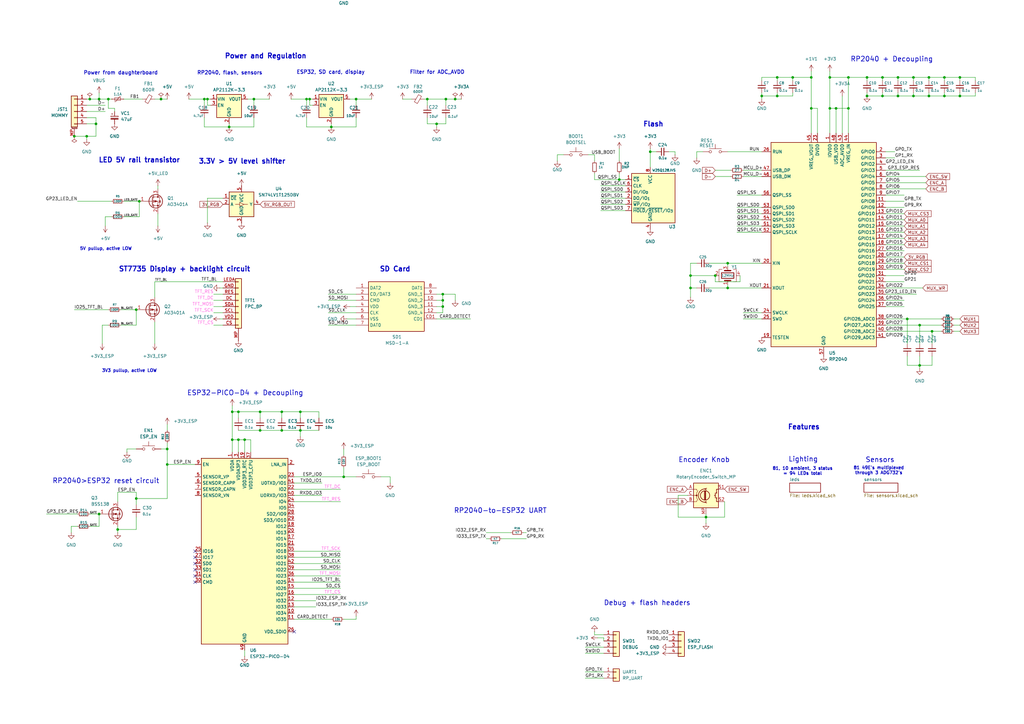
<source format=kicad_sch>
(kicad_sch (version 20250114) (generator "eeschema") (generator_version "9.0")
  (paper "A3")
  (text "LED 5V rail transistor" (at 57.15 65.786 0) (effects (font (size 2 2) (thickness 0.4) (bold yes))))
  (text "Power and Regulation" (at 108.966 23.114 0) (effects (font (size 2 2) (thickness 0.4) (bold yes))))
  (text "Filter for ADC_AVDD" (at 179.324 29.718 0) (effects (font (size 1.5 1.5) (thickness 0.254) (bold yes))))
  (text "Features" (at 329.692 175.26 0) (effects (font (size 2 2) (thickness 0.4) (bold yes))))
  (text "ESP32, SD card, display\n" (at 135.636 29.718 0) (effects (font (size 1.5 1.5) (thickness 0.254) (bold yes))))
  (text "Sensors" (at 360.934 188.722 0) (effects (font (size 2 2) (thickness 0.254) (bold yes))))
  (text "RP2040, flash, sensors" (at 94.234 29.972 0) (effects (font (size 1.5 1.5) (thickness 0.254) (bold yes))))
  (text "ST7735 Display + backlight circuit" (at 75.692 110.49 0) (effects (font (size 2 2) (thickness 0.4) (bold yes))))
  (text "Debug + flash headers" (at 265.43 247.396 0) (effects (font (size 2 2) (thickness 0.254) (bold yes))))
  (text "3.3V > 5V level shifter" (at 99.314 66.294 0) (effects (font (size 2 2) (thickness 0.4) (bold yes))))
  (text "3V3 pullup, active LOW" (at 53.086 152.146 0) (effects (font (size 1.27 1.27) (thickness 0.254) (bold yes))))
  (text "5V pullup, active LOW" (at 43.434 102.108 0) (effects (font (size 1.27 1.27) (thickness 0.254) (bold yes))))
  (text "Power from daughterboard\n" (at 49.53 29.972 0) (effects (font (size 1.5 1.5) (thickness 0.254) (bold yes))))
  (text "RP2040>ESP32 reset circuit" (at 43.434 197.358 0) (effects (font (size 2 2) (thickness 0.254) (bold yes))))
  (text "SD Card" (at 162.052 110.49 0) (effects (font (size 2 2) (thickness 0.4) (bold yes))))
  (text "Lighting" (at 329.438 188.468 0) (effects (font (size 2 2) (thickness 0.254) (bold yes))))
  (text "ESP32-PICO-D4 + Decoupling" (at 100.584 161.29 0) (effects (font (size 2 2) (thickness 0.254) (bold yes))))
  (text "RP2040-to-ESP32 UART" (at 205.232 209.55 0) (effects (font (size 2 2) (thickness 0.254) (bold yes))))
  (text "81 49E's multiplexed\nthrough 3 ADG732's" (at 360.426 193.04 0) (effects (font (size 1.27 1.27) (thickness 0.254) (bold yes))))
  (text "Flash" (at 267.97 51.054 0) (effects (font (size 2 2) (thickness 0.4) (bold yes))))
  (text "Encoder Knob\n" (at 288.798 188.722 0) (effects (font (size 2 2) (thickness 0.254) (bold yes))))
  (text "RP2040 + Decoupling" (at 365.76 24.384 0) (effects (font (size 2 2) (thickness 0.254) (bold yes))))
  (text "81, 10 ambient, 3 status\n= 94 LEDs total" (at 329.184 193.294 0) (effects (font (size 1.27 1.27) (thickness 0.254) (bold yes))))
  (text "Bulk 5v rail" (at 154.432 -10.922 0) (effects (font (size 1.27 1.27))))
  (junction (at 289.56 212.09))
  (junction (at 181.61 -2.54))
  (junction (at 355.6 31.75))
  (junction (at 151.13 -2.54))
  (junction (at 48.26 217.17))
  (junction (at 325.12 31.75))
  (junction (at 318.77 39.37))
  (junction (at 115.57 168.91))
  (junction (at 377.19 133.35))
  (junction (at 140.97 195.58))
  (junction (at 161.29 -7.62))
  (junction (at 40.64 210.82))
  (junction (at 161.29 -2.54))
  (junction (at 125.73 40.64))
  (junction (at 340.36 31.75))
  (junction (at 97.79 168.91))
  (junction (at 181.61 120.65))
  (junction (at 36.83 40.64))
  (junction (at 332.74 31.75))
  (junction (at 97.79 180.34))
  (junction (at 39.37 50.8))
  (junction (at 115.57 176.53))
  (junction (at 35.56 55.88))
  (junction (at 146.05 40.64))
  (junction (at 374.65 39.37))
  (junction (at 298.45 118.11))
  (junction (at 368.3 31.75))
  (junction (at 123.19 176.53))
  (junction (at 95.25 180.34))
  (junction (at 318.77 31.75))
  (junction (at 68.58 184.15))
  (junction (at 181.61 123.19))
  (junction (at 151.13 -7.62))
  (junction (at 85.09 40.64))
  (junction (at 95.25 168.91))
  (junction (at 55.88 127))
  (junction (at 182.88 40.64))
  (junction (at 83.82 40.64))
  (junction (at 347.98 44.45))
  (junction (at 93.98 52.07))
  (junction (at 293.37 113.03))
  (junction (at 283.21 118.11))
  (junction (at 381 39.37))
  (junction (at 361.95 39.37))
  (junction (at 374.65 31.75))
  (junction (at 393.7 39.37))
  (junction (at 368.3 39.37))
  (junction (at 175.26 40.64))
  (junction (at 104.14 40.64))
  (junction (at 135.89 52.07))
  (junction (at 387.35 31.75))
  (junction (at 312.42 39.37))
  (junction (at 355.6 39.37))
  (junction (at 393.7 31.75))
  (junction (at 57.15 82.55))
  (junction (at 106.68 176.53))
  (junction (at 381 31.75))
  (junction (at 179.07 50.8))
  (junction (at 171.45 -2.54))
  (junction (at 171.45 -7.62))
  (junction (at 298.45 107.95))
  (junction (at 342.9 44.45))
  (junction (at 377.19 149.86))
  (junction (at 127 40.64))
  (junction (at 55.88 204.47))
  (junction (at 123.19 168.91))
  (junction (at 100.33 180.34))
  (junction (at 44.45 40.64))
  (junction (at 66.04 40.64))
  (junction (at 332.74 44.45))
  (junction (at 283.21 113.03))
  (junction (at 254 73.66))
  (junction (at 340.36 44.45))
  (junction (at 186.69 40.64))
  (junction (at 387.35 39.37))
  (junction (at 181.61 -7.62))
  (junction (at 181.61 125.73))
  (junction (at 347.98 31.75))
  (junction (at 106.68 168.91))
  (junction (at 361.95 31.75))
  (junction (at 140.97 -7.62))
  (junction (at 30.48 55.88))
  (junction (at 382.27 135.89))
  (junction (at 40.64 40.64))
  (junction (at 140.97 -2.54))
  (junction (at 68.58 190.5))
  (junction (at 372.11 130.81))
  (junction (at 266.7 62.23))
  (no_connect (at 80.01 238.76))
  (no_connect (at 80.01 233.68))
  (no_connect (at 80.01 236.22))
  (no_connect (at 120.65 259.08))
  (no_connect (at 80.01 228.6))
  (no_connect (at 80.01 231.14))
  (no_connect (at 80.01 226.06))
  (wire (pts (xy 64.77 76.2) (xy 64.77 77.47)))
  (wire (pts (xy 120.65 248.92) (xy 129.54 248.92)))
  (wire (pts (xy 368.3 38.1) (xy 368.3 39.37)))
  (wire (pts (xy 125.73 48.26) (xy 125.73 52.07)))
  (wire (pts (xy 266.7 60.96) (xy 266.7 62.23)))
  (wire (pts (xy 332.74 29.21) (xy 332.74 31.75)))
  (wire (pts (xy 302.26 92.71) (xy 312.42 92.71)))
  (wire (pts (xy 77.47 40.64) (xy 83.82 40.64)))
  (wire (pts (xy 55.88 201.93) (xy 55.88 204.47)))
  (wire (pts (xy 297.18 212.09) (xy 297.18 205.74)))
  (wire (pts (xy 266.7 62.23) (xy 269.24 62.23)))
  (wire (pts (xy 289.56 210.82) (xy 289.56 212.09)))
  (wire (pts (xy 182.88 48.26) (xy 182.88 50.8)))
  (wire (pts (xy 104.14 48.26) (xy 104.14 52.07)))
  (wire (pts (xy 355.6 31.75) (xy 361.95 31.75)))
  (wire (pts (xy 243.84 71.12) (xy 243.84 73.66)))
  (wire (pts (xy 120.65 195.58) (xy 140.97 195.58)))
  (wire (pts (xy 387.35 38.1) (xy 387.35 39.37)))
  (wire (pts (xy 130.81 168.91) (xy 130.81 171.45)))
  (wire (pts (xy 245.11 261.62) (xy 247.65 261.62)))
  (wire (pts (xy 400.05 38.1) (xy 400.05 39.37)))
  (wire (pts (xy 332.74 44.45) (xy 332.74 54.61)))
  (wire (pts (xy 254 73.66) (xy 256.54 73.66)))
  (wire (pts (xy 175.26 50.8) (xy 179.07 50.8)))
  (wire (pts (xy 55.88 204.47) (xy 55.88 207.01)))
  (wire (pts (xy 179.07 123.19) (xy 181.61 123.19)))
  (wire (pts (xy 182.88 40.64) (xy 182.88 43.18)))
  (wire (pts (xy 68.58 204.47) (xy 55.88 204.47)))
  (wire (pts (xy 43.18 45.72) (xy 35.56 45.72)))
  (wire (pts (xy 181.61 -2.54) (xy 191.77 -2.54)))
  (wire (pts (xy 97.79 180.34) (xy 100.33 180.34)))
  (wire (pts (xy 30.48 127) (xy 44.45 127)))
  (wire (pts (xy 41.91 133.35) (xy 44.45 133.35)))
  (wire (pts (xy 35.56 50.8) (xy 39.37 50.8)))
  (wire (pts (xy 298.45 118.11) (xy 298.45 116.84)))
  (wire (pts (xy 31.75 82.55) (xy 45.72 82.55)))
  (wire (pts (xy 325.12 33.02) (xy 325.12 31.75)))
  (wire (pts (xy 63.5 115.57) (xy 63.5 121.92)))
  (wire (pts (xy 63.5 115.57) (xy 91.44 115.57)))
  (wire (pts (xy 179.07 130.81) (xy 193.04 130.81)))
  (wire (pts (xy 135.89 50.8) (xy 135.89 52.07)))
  (wire (pts (xy 368.3 31.75) (xy 374.65 31.75)))
  (wire (pts (xy 293.37 72.39) (xy 299.72 72.39)))
  (wire (pts (xy 120.65 254) (xy 135.89 254)))
  (wire (pts (xy 36.83 215.9) (xy 40.64 215.9)))
  (wire (pts (xy 254 71.12) (xy 254 73.66)))
  (wire (pts (xy 372.11 149.86) (xy 377.19 149.86)))
  (wire (pts (xy 68.58 181.61) (xy 68.58 184.15)))
  (wire (pts (xy 36.83 210.82) (xy 40.64 210.82)))
  (wire (pts (xy 382.27 146.05) (xy 382.27 149.86)))
  (wire (pts (xy 363.22 110.49) (xy 370.84 110.49)))
  (wire (pts (xy 363.22 102.87) (xy 370.84 102.87)))
  (wire (pts (xy 83.82 48.26) (xy 83.82 52.07)))
  (wire (pts (xy 146.05 40.64) (xy 152.4 40.64)))
  (wire (pts (xy 40.64 215.9) (xy 40.64 210.82)))
  (wire (pts (xy 35.56 55.88) (xy 30.48 55.88)))
  (wire (pts (xy 48.26 217.17) (xy 48.26 218.44)))
  (wire (pts (xy 302.26 90.17) (xy 312.42 90.17)))
  (wire (pts (xy 43.18 88.9) (xy 43.18 92.71)))
  (wire (pts (xy 240.03 275.59) (xy 247.65 275.59)))
  (wire (pts (xy 29.21 218.44) (xy 29.21 215.9)))
  (wire (pts (xy 120.65 200.66) (xy 139.7 200.66)))
  (wire (pts (xy 83.82 52.07) (xy 93.98 52.07)))
  (wire (pts (xy 52.07 184.15) (xy 55.88 184.15)))
  (wire (pts (xy 312.42 31.75) (xy 318.77 31.75)))
  (wire (pts (xy 363.22 72.39) (xy 379.73 72.39)))
  (wire (pts (xy 120.65 226.06) (xy 139.7 226.06)))
  (wire (pts (xy 283.21 107.95) (xy 285.75 107.95)))
  (wire (pts (xy 29.21 215.9) (xy 31.75 215.9)))
  (wire (pts (xy 101.6 40.64) (xy 104.14 40.64)))
  (wire (pts (xy 85.09 91.44) (xy 85.09 81.28)))
  (wire (pts (xy 97.79 176.53) (xy 106.68 176.53)))
  (wire (pts (xy 243.84 260.35) (xy 247.65 260.35)))
  (wire (pts (xy 361.95 39.37) (xy 368.3 39.37)))
  (wire (pts (xy 377.19 149.86) (xy 377.19 146.05)))
  (wire (pts (xy 146.05 52.07) (xy 135.89 52.07)))
  (wire (pts (xy 289.56 212.09) (xy 289.56 214.63)))
  (wire (pts (xy 161.29 -2.54) (xy 171.45 -2.54)))
  (wire (pts (xy 106.68 168.91) (xy 115.57 168.91)))
  (wire (pts (xy 41.91 133.35) (xy 41.91 140.97)))
  (wire (pts (xy 240.03 267.97) (xy 247.65 267.97)))
  (wire (pts (xy 340.36 44.45) (xy 340.36 54.61)))
  (wire (pts (xy 293.37 115.57) (xy 303.53 115.57)))
  (wire (pts (xy 123.19 176.53) (xy 115.57 176.53)))
  (wire (pts (xy 246.38 76.2) (xy 256.54 76.2)))
  (wire (pts (xy 283.21 107.95) (xy 283.21 113.03)))
  (wire (pts (xy 140.97 -7.62) (xy 151.13 -7.62)))
  (wire (pts (xy 363.22 125.73) (xy 370.84 125.73)))
  (wire (pts (xy 40.64 40.64) (xy 44.45 40.64)))
  (wire (pts (xy 68.58 184.15) (xy 68.58 190.5)))
  (wire (pts (xy 140.97 184.15) (xy 140.97 186.69)))
  (wire (pts (xy 400.05 33.02) (xy 400.05 31.75)))
  (wire (pts (xy 165.1 40.64) (xy 168.91 40.64)))
  (wire (pts (xy 175.26 40.64) (xy 175.26 43.18)))
  (wire (pts (xy 298.45 109.22) (xy 298.45 107.95)))
  (wire (pts (xy 44.45 44.45) (xy 44.45 40.64)))
  (wire (pts (xy 381 39.37) (xy 387.35 39.37)))
  (wire (pts (xy 302.26 95.25) (xy 312.42 95.25)))
  (wire (pts (xy 50.8 88.9) (xy 57.15 88.9)))
  (wire (pts (xy 35.56 57.15) (xy 35.56 55.88)))
  (wire (pts (xy 214.63 218.44) (xy 215.9 218.44)))
  (wire (pts (xy 39.37 50.8) (xy 39.37 55.88)))
  (wire (pts (xy 312.42 39.37) (xy 318.77 39.37)))
  (wire (pts (xy 290.83 107.95) (xy 298.45 107.95)))
  (wire (pts (xy 231.14 63.5) (xy 228.6 63.5)))
  (wire (pts (xy 377.19 133.35) (xy 386.08 133.35)))
  (wire (pts (xy 340.36 31.75) (xy 340.36 44.45)))
  (wire (pts (xy 377.19 149.86) (xy 377.19 151.13)))
  (wire (pts (xy 97.79 180.34) (xy 95.25 180.34)))
  (wire (pts (xy 97.79 180.34) (xy 97.79 185.42)))
  (wire (pts (xy 151.13 -2.54) (xy 161.29 -2.54)))
  (wire (pts (xy 347.98 44.45) (xy 347.98 54.61)))
  (wire (pts (xy 325.12 39.37) (xy 318.77 39.37)))
  (wire (pts (xy 393.7 38.1) (xy 393.7 39.37)))
  (wire (pts (xy 368.3 33.02) (xy 368.3 31.75)))
  (wire (pts (xy 325.12 31.75) (xy 332.74 31.75)))
  (wire (pts (xy 143.51 40.64) (xy 146.05 40.64)))
  (wire (pts (xy 285.75 62.23) (xy 285.75 64.77)))
  (wire (pts (xy 100.33 180.34) (xy 102.87 180.34)))
  (wire (pts (xy 283.21 118.11) (xy 283.21 121.92)))
  (wire (pts (xy 43.18 43.18) (xy 35.56 43.18)))
  (wire (pts (xy 372.11 130.81) (xy 372.11 140.97)))
  (wire (pts (xy 302.26 87.63) (xy 312.42 87.63)))
  (wire (pts (xy 363.22 74.93) (xy 379.73 74.93)))
  (wire (pts (xy 382.27 135.89) (xy 386.08 135.89)))
  (wire (pts (xy 63.5 40.64) (xy 66.04 40.64)))
  (wire (pts (xy 55.88 201.93) (xy 48.26 201.93)))
  (wire (pts (xy 355.6 33.02) (xy 355.6 31.75)))
  (wire (pts (xy 179.07 52.07) (xy 179.07 50.8)))
  (wire (pts (xy 100.33 269.24) (xy 100.33 266.7)))
  (wire (pts (xy 318.77 38.1) (xy 318.77 39.37)))
  (wire (pts (xy 95.25 166.37) (xy 95.25 168.91)))
  (wire (pts (xy 36.83 40.64) (xy 35.56 40.64)))
  (wire (pts (xy 363.22 123.19) (xy 370.84 123.19)))
  (wire (pts (xy 120.65 203.2) (xy 132.08 203.2)))
  (wire (pts (xy 55.88 212.09) (xy 55.88 217.17)))
  (wire (pts (xy 120.65 198.12) (xy 132.08 198.12)))
  (wire (pts (xy 391.16 130.81) (xy 393.7 130.81)))
  (wire (pts (xy 66.04 40.64) (xy 68.58 40.64)))
  (wire (pts (xy 146.05 252.73) (xy 146.05 254)))
  (wire (pts (xy 347.98 31.75) (xy 347.98 44.45)))
  (wire (pts (xy 120.65 243.84) (xy 139.7 243.84)))
  (wire (pts (xy 387.35 33.02) (xy 387.35 31.75)))
  (wire (pts (xy 361.95 31.75) (xy 368.3 31.75)))
  (wire (pts (xy 106.68 171.45) (xy 106.68 168.91)))
  (wire (pts (xy 266.7 62.23) (xy 266.7 68.58)))
  (wire (pts (xy 318.77 31.75) (xy 325.12 31.75)))
  (wire (pts (xy 175.26 48.26) (xy 175.26 50.8)))
  (wire (pts (xy 391.16 133.35) (xy 393.7 133.35)))
  (wire (pts (xy 44.45 40.64) (xy 45.72 40.64)))
  (wire (pts (xy 363.22 85.09) (xy 370.84 85.09)))
  (wire (pts (xy 246.38 78.74) (xy 256.54 78.74)))
  (wire (pts (xy 246.38 86.36) (xy 256.54 86.36)))
  (wire (pts (xy 283.21 113.03) (xy 283.21 118.11)))
  (wire (pts (xy 66.04 184.15) (xy 68.58 184.15)))
  (wire (pts (xy 104.14 52.07) (xy 93.98 52.07)))
  (wire (pts (xy 254 60.96) (xy 254 66.04)))
  (wire (pts (xy 40.64 38.1) (xy 40.64 40.64)))
  (wire (pts (xy 381 33.02) (xy 381 31.75)))
  (wire (pts (xy 363.22 64.77) (xy 367.03 64.77)))
  (wire (pts (xy 363.22 69.85) (xy 377.19 69.85)))
  (wire (pts (xy 68.58 190.5) (xy 68.58 204.47)))
  (wire (pts (xy 179.07 50.8) (xy 182.88 50.8)))
  (wire (pts (xy 48.26 215.9) (xy 48.26 217.17)))
  (wire (pts (xy 83.82 40.64) (xy 85.09 40.64)))
  (wire (pts (xy 97.79 168.91) (xy 97.79 171.45)))
  (wire (pts (xy 374.65 31.75) (xy 381 31.75)))
  (wire (pts (xy 175.26 40.64) (xy 182.88 40.64)))
  (wire (pts (xy 363.22 100.33) (xy 370.84 100.33)))
  (wire (pts (xy 363.22 130.81) (xy 372.11 130.81)))
  (wire (pts (xy 63.5 132.08) (xy 63.5 140.97)))
  (wire (pts (xy 120.65 233.68) (xy 139.7 233.68)))
  (wire (pts (xy 120.65 236.22) (xy 139.7 236.22)))
  (wire (pts (xy 120.65 205.74) (xy 139.7 205.74)))
  (wire (pts (xy 125.73 43.18) (xy 125.73 40.64)))
  (wire (pts (xy 160.02 195.58) (xy 156.21 195.58)))
  (wire (pts (xy 179.07 128.27) (xy 181.61 128.27)))
  (wire (pts (xy 199.39 220.98) (xy 200.66 220.98)))
  (wire (pts (xy 46.99 45.72) (xy 46.99 44.45)))
  (wire (pts (xy 115.57 168.91) (xy 123.19 168.91)))
  (wire (pts (xy 332.74 31.75) (xy 332.74 44.45)))
  (wire (pts (xy 151.13 -7.62) (xy 161.29 -7.62)))
  (wire (pts (xy 243.84 259.08) (xy 243.84 260.35)))
  (wire (pts (xy 90.17 118.11) (xy 91.44 118.11)))
  (wire (pts (xy 363.22 107.95) (xy 370.84 107.95)))
  (wire (pts (xy 312.42 39.37) (xy 312.42 40.64)))
  (wire (pts (xy 171.45 -2.54) (xy 181.61 -2.54)))
  (wire (pts (xy 140.97 195.58) (xy 146.05 195.58)))
  (wire (pts (xy 134.62 128.27) (xy 146.05 128.27)))
  (wire (pts (xy 97.79 168.91) (xy 106.68 168.91)))
  (wire (pts (xy 123.19 176.53) (xy 130.81 176.53)))
  (wire (pts (xy 179.07 120.65) (xy 181.61 120.65)))
  (wire (pts (xy 363.22 80.01) (xy 370.84 80.01)))
  (wire (pts (xy 283.21 113.03) (xy 293.37 113.03)))
  (wire (pts (xy 181.61 120.65) (xy 181.61 123.19)))
  (wire (pts (xy 140.97 191.77) (xy 140.97 195.58)))
  (wire (pts (xy 55.88 127) (xy 55.88 133.35)))
  (wire (pts (xy 363.22 115.57) (xy 370.84 115.57)))
  (wire (pts (xy 39.37 48.26) (xy 39.37 50.8)))
  (wire (pts (xy 160.02 195.58) (xy 160.02 198.12)))
  (wire (pts (xy 186.69 40.64) (xy 189.23 40.64)))
  (wire (pts (xy 298.45 118.11) (xy 312.42 118.11)))
  (wire (pts (xy 142.24 130.81) (xy 146.05 130.81)))
  (wire (pts (xy 199.39 218.44) (xy 209.55 218.44)))
  (wire (pts (xy 293.37 113.03) (xy 293.37 115.57)))
  (wire (pts (xy 312.42 31.75) (xy 312.42 33.02)))
  (wire (pts (xy 240.03 278.13) (xy 247.65 278.13)))
  (wire (pts (xy 181.61 128.27) (xy 181.61 125.73)))
  (wire (pts (xy 335.28 44.45) (xy 335.28 54.61)))
  (wire (pts (xy 377.19 133.35) (xy 377.19 140.97)))
  (wire (pts (xy 288.29 62.23) (xy 285.75 62.23)))
  (wire (pts (xy 87.63 125.73) (xy 91.44 125.73)))
  (wire (pts (xy 342.9 44.45) (xy 342.9 54.61)))
  (wire (pts (xy 179.07 125.73) (xy 181.61 125.73)))
  (wire (pts (xy 95.25 168.91) (xy 97.79 168.91)))
  (wire (pts (xy 374.65 39.37) (xy 381 39.37)))
  (wire (pts (xy 120.65 246.38) (xy 129.54 246.38)))
  (wire (pts (xy 123.19 168.91) (xy 130.81 168.91)))
  (wire (pts (xy 50.8 82.55) (xy 57.15 82.55)))
  (wire (pts (xy 86.36 43.18) (xy 85.09 43.18)))
  (wire (pts (xy 368.3 39.37) (xy 374.65 39.37)))
  (wire (pts (xy 181.61 123.19) (xy 181.61 125.73)))
  (wire (pts (xy 50.8 40.64) (xy 58.42 40.64)))
  (wire (pts (xy 340.36 31.75) (xy 347.98 31.75)))
  (wire (pts (xy 355.6 39.37) (xy 361.95 39.37)))
  (wire (pts (xy 276.86 62.23) (xy 274.32 62.23)))
  (wire (pts (xy 293.37 69.85) (xy 299.72 69.85)))
  (wire (pts (xy 19.05 210.82) (xy 31.75 210.82)))
  (wire (pts (xy 375.92 120.65) (xy 363.22 120.65)))
  (wire (pts (xy 363.22 77.47) (xy 379.73 77.47)))
  (wire (pts (xy 372.11 130.81) (xy 386.08 130.81)))
  (wire (pts (xy 363.22 62.23) (xy 367.03 62.23)))
  (wire (pts (xy 391.16 135.89) (xy 393.7 135.89)))
  (wire (pts (xy 106.68 176.53) (xy 115.57 176.53)))
  (wire (pts (xy 304.8 72.39) (xy 312.42 72.39)))
  (wire (pts (xy 361.95 38.1) (xy 361.95 39.37)))
  (wire (pts (xy 372.11 146.05) (xy 372.11 149.86)))
  (wire (pts (xy 120.65 241.3) (xy 139.7 241.3)))
  (wire (pts (xy 46.99 44.45) (xy 44.45 44.45)))
  (wire (pts (xy 161.29 -7.62) (xy 171.45 -7.62)))
  (wire (pts (xy 363.22 92.71) (xy 370.84 92.71)))
  (wire (pts (xy 363.22 82.55) (xy 370.84 82.55)))
  (wire (pts (xy 39.37 55.88) (xy 35.56 55.88)))
  (wire (pts (xy 340.36 44.45) (xy 342.9 44.45)))
  (wire (pts (xy 278.13 203.2) (xy 281.94 203.2)))
  (wire (pts (xy 181.61 -7.62) (xy 191.77 -7.62)))
  (wire (pts (xy 134.62 133.35) (xy 146.05 133.35)))
  (wire (pts (xy 90.17 130.81) (xy 91.44 130.81)))
  (wire (pts (xy 393.7 31.75) (xy 400.05 31.75)))
  (wire (pts (xy 127 43.18) (xy 127 40.64)))
  (wire (pts (xy 95.25 168.91) (xy 95.25 180.34)))
  (wire (pts (xy 247.65 261.62) (xy 247.65 262.89)))
  (wire (pts (xy 120.65 238.76) (xy 139.7 238.76)))
  (wire (pts (xy 134.62 123.19) (xy 146.05 123.19)))
  (wire (pts (xy 123.19 168.91) (xy 123.19 171.45)))
  (wire (pts (xy 36.83 40.64) (xy 40.64 40.64)))
  (wire (pts (xy 228.6 63.5) (xy 228.6 66.04)))
  (wire (pts (xy 100.33 180.34) (xy 100.33 185.42)))
  (wire (pts (xy 205.74 220.98) (xy 215.9 220.98)))
  (wire (pts (xy 374.65 38.1) (xy 374.65 39.37)))
  (wire (pts (xy 115.57 168.91) (xy 115.57 171.45)))
  (wire (pts (xy 363.22 90.17) (xy 370.84 90.17)))
  (wire (pts (xy 35.56 48.26) (xy 39.37 48.26)))
  (wire (pts (xy 241.3 63.5) (xy 243.84 63.5)))
  (wire (pts (xy 87.63 120.65) (xy 91.44 120.65)))
  (wire (pts (xy 381 31.75) (xy 387.35 31.75)))
  (wire (pts (xy 83.82 43.18) (xy 83.82 40.64)))
  (wire (pts (xy 87.63 133.35) (xy 91.44 133.35)))
  (wire (pts (xy 57.15 82.55) (xy 57.15 88.9)))
  (wire (pts (xy 125.73 40.64) (xy 127 40.64)))
  (wire (pts (xy 240.03 265.43) (xy 247.65 265.43)))
  (wire (pts (xy 363.22 118.11) (xy 378.46 118.11)))
  (wire (pts (xy 387.35 31.75) (xy 393.7 31.75)))
  (wire (pts (xy 283.21 118.11) (xy 285.75 118.11)))
  (wire (pts (xy 146.05 120.65) (xy 134.62 120.65)))
  (wire (pts (xy 304.8 69.85) (xy 312.42 69.85)))
  (wire (pts (xy 243.84 66.04) (xy 243.84 63.5)))
  (wire (pts (xy 120.65 228.6) (xy 139.7 228.6)))
  (wire (pts (xy 146.05 48.26) (xy 146.05 52.07)))
  (wire (pts (xy 387.35 39.37) (xy 393.7 39.37)))
  (wire (pts (xy 49.53 127) (xy 55.88 127)))
  (wire (pts (xy 345.44 39.37) (xy 345.44 54.61)))
  (wire (pts (xy 381 38.1) (xy 381 39.37)))
  (wire (pts (xy 146.05 43.18) (xy 146.05 40.64)))
  (wire (pts (xy 363.22 135.89) (xy 382.27 135.89)))
  (wire (pts (xy 186.69 120.65) (xy 186.69 123.19)))
  (wire (pts (xy 298.45 107.95) (xy 312.42 107.95)))
  (wire (pts (xy 43.18 88.9) (xy 45.72 88.9)))
  (wire (pts (xy 87.63 123.19) (xy 91.44 123.19)))
  (wire (pts (xy 85.09 43.18) (xy 85.09 40.64)))
  (wire (pts (xy 289.56 212.09) (xy 297.18 212.09)))
  (wire (pts (xy 304.8 128.27) (xy 312.42 128.27)))
  (wire (pts (xy 355.6 38.1) (xy 355.6 39.37)))
  (wire (pts (xy 342.9 44.45) (xy 347.98 44.45)))
  (wire (pts (xy 318.77 33.02) (xy 318.77 31.75)))
  (wire (pts (xy 104.14 40.64) (xy 110.49 40.64)))
  (wire (pts (xy 64.77 87.63) (xy 64.77 92.71)))
  (wire (pts (xy 382.27 149.86) (xy 377.19 149.86)))
  (wire (pts (xy 182.88 40.64) (xy 186.69 40.64)))
  (wire (pts (xy 332.74 44.45) (xy 335.28 44.45)))
  (wire (pts (xy 186.69 120.65) (xy 181.61 120.65)))
  (wire (pts (xy 276.86 63.5) (xy 276.86 62.23)))
  (wire (pts (xy 104.14 43.18) (xy 104.14 40.64)))
  (wire (pts (xy 363.22 97.79) (xy 370.84 97.79)))
  (wire (pts (xy 363.22 113.03) (xy 370.84 113.03)))
  (wire (pts (xy 68.58 190.5) (xy 80.01 190.5)))
  (wire (pts (xy 120.65 231.14) (xy 139.7 231.14)))
  (wire (pts (xy 340.36 29.21) (xy 340.36 31.75)))
  (wire (pts (xy 68.58 173.99) (xy 68.58 176.53)))
  (wire (pts (xy 243.84 73.66) (xy 254 73.66)))
  (wire (pts (xy 374.65 33.02) (xy 374.65 31.75)))
  (wire (pts (xy 140.97 -2.54) (xy 151.13 -2.54)))
  (wire (pts (xy 55.88 217.17) (xy 48.26 217.17)))
  (wire (pts (xy 128.27 43.18) (xy 127 43.18)))
  (wire (pts (xy 87.63 128.27) (xy 91.44 128.27)))
  (wire (pts (xy 363.22 87.63) (xy 370.84 87.63)))
  (wire (pts (xy 302.26 85.09) (xy 312.42 85.09)))
  (wire (pts (xy 49.53 133.35) (xy 55.88 133.35)))
  (wire (pts (xy 312.42 38.1) (xy 312.42 39.37)))
  (wire (pts (xy 48.26 201.93) (xy 48.26 205.74)))
  (wire (pts (xy 85.09 40.64) (xy 86.36 40.64)))
  (wire (pts (xy 298.45 62.23) (xy 312.42 62.23)))
  (wire (pts (xy 382.27 135.89) (xy 382.27 140.97)))
  (wire (pts (xy 400.05 39.37) (xy 393.7 39.37)))
  (wire (pts (xy 95.25 180.34) (xy 95.25 185.42)))
  (wire (pts (xy 363.22 133.35) (xy 377.19 133.35)))
  (wire (pts (xy 363.22 95.25) (xy 370.84 95.25)))
  (wire (pts (xy 127 40.64) (xy 128.27 40.64)))
  (wire (pts (xy 246.38 81.28) (xy 256.54 81.28)))
  (wire (pts (xy 361.95 33.02) (xy 361.95 31.75)))
  (wire (pts (xy 347.98 31.75) (xy 355.6 31.75)))
  (wire (pts (xy 93.98 50.8) (xy 93.98 52.07)))
  (wire (pts (xy 302.26 80.01) (xy 312.42 80.01)))
  (wire (pts (xy 303.53 113.03) (xy 303.53 115.57)))
  (wire (pts (xy 140.97 254) (xy 146.05 254)))
  (wire (pts (xy 290.83 118.11) (xy 298.45 118.11)))
  (wire (pts (xy 171.45 -7.62) (xy 181.61 -7.62)))
  (wire (pts (xy 173.99 40.64) (xy 175.26 40.64)))
  (wire (pts (xy 393.7 33.02) (xy 393.7 31.75)))
  (wire (pts (xy 246.38 83.82) (xy 256.54 83.82)))
  (wire (pts (xy 325.12 38.1) (xy 325.12 39.37)))
  (wire (pts (xy 119.38 40.64) (xy 125.73 40.64)))
  (wire (pts (xy 85.09 81.28) (xy 91.44 81.28)))
  (wire (pts (xy 102.87 180.34) (xy 102.87 185.42)))
  (wire (pts (xy 278.13 212.09) (xy 278.13 203.2)))
  (wire (pts (xy 304.8 130.81) (xy 312.42 130.81)))
  (wire (pts (xy 52.07 185.42) (xy 52.07 184.15)))
  (wire (pts (xy 125.73 52.07) (xy 135.89 52.07)))
  (wire (pts (xy 278.13 212.09) (xy 289.56 212.09)))
  (wire (pts (xy 143.51 125.73) (xy 146.05 125.73)))
  (wire (pts (xy 123.19 176.53) (xy 123.19 179.07)))
  (wire (pts (xy 363.22 105.41) (xy 370.84 105.41)))
  (label "SD_CLK" (at 134.62 128.27 0))
  (label "IO33_ESP_TX" (at 129.54 248.92 0))
  (label "BL_GATE" (at 49.53 127 0) (effects (font (size 0.8 0.8))))
  (label "GP21" (at 370.84 115.57 0))
  (label "USB_BOOT" (at 242.57 63.5 0))
  (label "GPIO19" (at 363.22 110.49 0))
  (label "RXD0_IO3" (at 132.08 203.2 180))
  (label "FB1" (at 53.34 40.64 0))
  (label "QSPI_SS" (at 245.11 73.66 0))
  (label "GP0_TX" (at 367.03 62.23 0))
  (label "GP3_ESP_RES" (at 19.05 210.82 0))
  (label "GATE" (at 36.83 215.9 0) (effects (font (size 0.8 0.8))))
  (label "GP9_RX" (at 370.84 85.09 0))
  (label "GPIO6" (at 363.22 77.47 0))
  (label "SD_MISO" (at 139.7 228.6 180))
  (label "TFT_BL" (at 82.55 115.57 0))
  (label "GP23_LED_EN" (at 31.75 82.55 180))
  (label "QSPI_SD2" (at 302.26 90.17 0))
  (label "TFT_DC" (at 87.63 123.19 180))
  (label "QSPI_SCLK" (at 246.38 76.2 0))
  (label "GPIO24" (at 363.22 123.19 0))
  (label "IO33_ESP_TX" (at 199.39 220.98 180))
  (label "GPIO22" (at 363.22 118.11 0))
  (label "QSPI_SD3" (at 302.26 92.71 0))
  (label "GP23_LED_EN" (at 375.92 120.65 180))
  (label "GPIO16" (at 363.22 102.87 0))
  (label "SD_MISO" (at 134.62 133.35 0))
  (label "SWDIO" (at 240.03 267.97 0))
  (label "SWCLK" (at 240.03 265.43 0))
  (label "TFT_MOSI" (at 87.63 125.73 180))
  (label "QSPI_SD1" (at 302.26 87.63 0))
  (label "TFT_DC" (at 139.7 200.66 180))
  (label "GPIO26" (at 363.22 130.81 0))
  (label "ESP_IO0" (at 132.08 195.58 180))
  (label "GPIO10" (at 363.22 87.63 0))
  (label "GPIO28" (at 363.22 135.89 0))
  (label "GPIO5" (at 363.22 74.93 0))
  (label "LED_GATE" (at 50.8 82.55 0) (effects (font (size 0.8 0.8))))
  (label "ESP_EN" (at 48.26 201.93 0))
  (label "GP0_TX" (at 240.03 275.59 0))
  (label "TFT_CS" (at 87.63 133.35 180))
  (label "SWDIO" (at 304.8 130.81 0))
  (label "QSPI_SD1" (at 246.38 81.28 0))
  (label "BL_GATE" (at 49.53 133.35 0) (effects (font (size 0.8 0.8))))
  (label "D-" (at 43.18 43.18 180))
  (label "GATE" (at 36.83 210.82 0) (effects (font (size 0.8 0.8))))
  (label "QSPI_SD0" (at 246.38 78.74 0))
  (label "IO32_ESP_RX" (at 129.54 246.38 0))
  (label "ESP_EN" (at 71.12 190.5 0))
  (label "TFT_BL" (at 63.5 115.57 0) (effects (font (size 1 1))))
  (label "GP8_TX" (at 370.84 82.55 0))
  (label "QSPI_SS" (at 302.26 80.01 0))
  (label "SD_CS" (at 139.7 241.3 180))
  (label "QSPI_SD3" (at 246.38 86.36 0))
  (label "CARD_DETECT" (at 134.62 254 180))
  (label "TFT_RES" (at 87.63 120.65 180))
  (label "SD_MOSI" (at 134.62 123.19 0))
  (label "TFT_SCK" (at 139.7 226.06 180))
  (label "GPIO18" (at 363.22 107.95 0))
  (label "GP3_ESP_RES" (at 377.19 69.85 180))
  (label "IO25_TFT_BL" (at 139.7 238.76 180))
  (label "GP1_RX" (at 367.03 64.77 0))
  (label "RUN" (at 307.34 62.23 0))
  (label "SWCLK" (at 304.8 128.27 0))
  (label "RXD0_IO3" (at 274.32 260.35 180))
  (label "GPIO29" (at 363.22 138.43 0))
  (label "GP20" (at 370.84 113.03 0))
  (label "QSPI_SCLK" (at 302.26 95.25 0))
  (label "GP2_LED_EN" (at 363.22 67.31 0))
  (label "QSPI_SD2" (at 246.38 83.82 0))
  (label "TXD0_IO1" (at 274.32 262.89 180))
  (label "GPIO4" (at 363.22 72.39 0))
  (label "GPIO27" (at 363.22 133.35 0))
  (label "GPIO12" (at 363.22 92.71 0))
  (label "GPIO17" (at 363.22 105.41 0))
  (label "GP9_RX" (at 215.9 220.98 0))
  (label "GPIO11" (at 363.22 90.17 0))
  (label "IO25_TFT_BL" (at 30.48 127 0))
  (label "QSPI_SD0" (at 302.26 85.09 0))
  (label "TXD0_IO1" (at 132.08 198.12 180))
  (label "GPIO7" (at 363.22 80.01 0))
  (label "XOUT" (at 307.34 118.11 0))
  (label "TFT_RES" (at 139.7 205.74 180))
  (label "GPIO14" (at 363.22 97.79 0))
  (label "SD_CLK" (at 139.7 231.14 180))
  (label "SD_CS" (at 134.62 120.65 0))
  (label "IO32_ESP_RX" (at 199.39 218.44 180))
  (label "GP8_TX" (at 215.9 218.44 0))
  (label "D+" (at 43.18 45.72 180))
  (label "TFT_MOSI" (at 139.7 236.22 180))
  (label "MCU_D-" (at 304.8 72.39 0))
  (label "TFT_CS" (at 139.7 243.84 180))
  (label "GPIO25" (at 363.22 125.73 0))
  (label "GPIO13" (at 363.22 95.25 0))
  (label "TFT_SCK" (at 87.63 128.27 180))
  (label "MCU_D+" (at 304.8 69.85 0))
  (label "GPIO15" (at 363.22 100.33 0))
  (label "CARD_DETECT" (at 193.04 130.81 180))
  (label "XIN" (at 308.61 107.95 0))
  (label "LED_GATE" (at 50.8 88.9 0) (effects (font (size 0.8 0.8))))
  (label "GP1_RX" (at 240.03 278.13 0))
  (label "SD_MOSI" (at 139.7 233.68 180))
  (global_label "MUX_A2" (shape input) (at 370.84 95.25 0) (property "Intersheetrefs" "${INTERSHEET_REFS}" (effects (hide yes))))
  (global_label "MUX3" (shape input) (at 393.7 135.89 0) (property "Intersheetrefs" "${INTERSHEET_REFS}" (effects (hide yes))))
  (global_label "MUX_A3" (shape input) (at 370.84 97.79 0) (property "Intersheetrefs" "${INTERSHEET_REFS}" (effects (hide yes))))
  (global_label "MUX_WR" (shape input) (at 378.46 118.11 0) (property "Intersheetrefs" "${INTERSHEET_REFS}" (effects (hide yes))))
  (global_label "ENC_B" (shape input) (at 379.73 77.47 0) (property "Intersheetrefs" "${INTERSHEET_REFS}" (effects (hide yes))))
  (global_label "ENC_SW" (shape input) (at 297.18 200.66 0) (property "Intersheetrefs" "${INTERSHEET_REFS}" (effects (hide yes))))
  (global_label "MUX_A4" (shape input) (at 370.84 100.33 0) (property "Intersheetrefs" "${INTERSHEET_REFS}" (effects (hide yes))))
  (global_label "MUX_A0" (shape input) (at 370.84 90.17 0) (property "Intersheetrefs" "${INTERSHEET_REFS}" (effects (hide yes))))
  (global_label "D-" (shape input) (at 293.37 72.39 180) (property "Intersheetrefs" "${INTERSHEET_REFS}" (effects (hide yes))))
  (global_label "MUX1" (shape input) (at 393.7 130.81 0) (property "Intersheetrefs" "${INTERSHEET_REFS}" (effects (hide yes))))
  (global_label "ENC_B" (shape input) (at 281.94 205.74 180) (property "Intersheetrefs" "${INTERSHEET_REFS}" (effects (hide yes))))
  (global_label "MUX_CS2" (shape input) (at 370.84 110.49 0) (property "Intersheetrefs" "${INTERSHEET_REFS}" (effects (hide yes))))
  (global_label "D+" (shape input) (at 293.37 69.85 180) (property "Intersheetrefs" "${INTERSHEET_REFS}" (effects (hide yes))))
  (global_label "MUX_CS1" (shape input) (at 370.84 107.95 0) (property "Intersheetrefs" "${INTERSHEET_REFS}" (effects (hide yes))))
  (global_label "MUX_A1" (shape input) (at 370.84 92.71 0) (property "Intersheetrefs" "${INTERSHEET_REFS}" (effects (hide yes))))
  (global_label "MUX2" (shape input) (at 393.7 133.35 0) (property "Intersheetrefs" "${INTERSHEET_REFS}" (effects (hide yes))))
  (global_label "5V_RGB_OUT" (shape input) (at 106.68 83.82 0) (property "Intersheetrefs" "${INTERSHEET_REFS}" (effects (hide yes))))
  (global_label "MUX_CS3" (shape input) (at 370.84 87.63 0) (property "Intersheetrefs" "${INTERSHEET_REFS}" (effects (hide yes))))
  (global_label "ENC_A" (shape input) (at 379.73 74.93 0) (property "Intersheetrefs" "${INTERSHEET_REFS}" (effects (hide yes))))
  (global_label "ENC_A" (shape input) (at 281.94 200.66 180) (property "Intersheetrefs" "${INTERSHEET_REFS}" (effects (hide yes))))
  (global_label "ENC_SW" (shape input) (at 379.73 72.39 0) (property "Intersheetrefs" "${INTERSHEET_REFS}" (effects (hide yes))))
  (global_label "3V_RGB" (shape input) (at 370.84 105.41 0) (property "Intersheetrefs" "${INTERSHEET_REFS}" (effects (hide yes))))
  (global_label "3V_RGB" (shape input) (at 91.44 83.82 180) (property "Intersheetrefs" "${INTERSHEET_REFS}" (effects (hide yes))))
  (symbol (lib_id "power:+5V") (at 64.77 92.71 180) (unit 1)
    (property "Reference" "#PWR0384" (effects (hide yes)))
    (property "Value" "+5V" (at 64.77 97.79 0))
    (property "Description" "Power symbol creates a global label with name \"+5V\"" (effects (hide yes)))
  )
  (symbol (lib_id "Device:C_Small") (at 312.42 35.56 0) (unit 1)
    (property "Reference" "C7" (at 313.182 34.036 0) (effects (font (size 1 1)) (justify left)))
    (property "Value" "1u" (at 313.182 37.084 0) (effects (font (size 1 1)) (justify left)))
    (property "Footprint" "Capacitor_SMD:C_0402_1005Metric_Pad0.74x0.62mm_HandSolder" (effects (hide yes)))
    (property "Description" "Unpolarized capacitor, small symbol" (effects (hide yes)))
  )
  (symbol (lib_id "power:+3V3") (at 140.97 184.15 0) (unit 1)
    (property "Reference" "#PWR0428" (effects (hide yes)))
    (property "Value" "+3V3_ESP" (at 143.51 182.8799 0) (effects (justify left)))
    (property "Description" "Power symbol creates a global label with name \"+3V3\"" (effects (hide yes)))
  )
  (symbol (lib_id "Mars_Library:C_0603") (at 97.79 173.99 0) (unit 1)
    (property "Reference" "EC1" (at 100.33 172.7262 0) (effects (justify left)))
    (property "Value" "0.1u" (at 100.33 175.2663 0) (effects (font (size 1 1)) (justify left)))
    (property "Footprint" "Mars_Library:C_0402" (effects (hide yes)))
    (property "Description" "Unpolarized capacitor, small symbol" (effects (hide yes)))
  )
  (symbol (lib_id "power:GND") (at 52.07 185.42 0) (unit 1)
    (property "Reference" "#PWR0429" (effects (hide yes)))
    (property "Value" "GND" (at 52.07 188.976 0))
    (property "Description" "Power symbol creates a global label with name \"GND\" , ground" (effects (hide yes)))
  )
  (symbol (lib_id "Device:C_Small") (at 381 35.56 0) (unit 1)
    (property "Reference" "C14" (at 381.762 34.036 0) (effects (font (size 1 1)) (justify left)))
    (property "Value" "0.1u" (at 381.762 37.084 0) (effects (font (size 1 1)) (justify left)))
    (property "Footprint" "Capacitor_SMD:C_0402_1005Metric_Pad0.74x0.62mm_HandSolder" (effects (hide yes)))
    (property "Description" "Unpolarized capacitor, small symbol" (effects (hide yes)))
  )
  (symbol (lib_id "Mars_Library:C_0603") (at 130.81 173.99 0) (unit 1)
    (property "Reference" "EC5" (at 133.35 172.7262 0) (effects (justify left)))
    (property "Value" "10u" (at 133.35 175.2663 0) (effects (font (size 1 1)) (justify left)))
    (property "Footprint" "Mars_Library:C_0402" (effects (hide yes)))
    (property "Description" "Unpolarized capacitor, small symbol" (effects (hide yes)))
  )
  (symbol (lib_id "Device:R_Small") (at 46.99 133.35 90) (unit 1)
    (property "Reference" "R9" (at 46.99 131.826 90) (effects (font (size 1.016 1.016))))
    (property "Value" "100K" (at 46.99 133.35 90) (effects (font (size 1 1))))
    (property "Footprint" "Mars_Library:R_0603" (effects (hide yes)))
    (property "Description" "Resistor, small symbol" (effects (hide yes)))
  )
  (symbol (lib_id "power:+5V") (at 43.18 92.71 180) (unit 1)
    (property "Reference" "#PWR0382" (effects (hide yes)))
    (property "Value" "+5V" (at 43.18 97.79 0))
    (property "Description" "Power symbol creates a global label with name \"+5V\"" (effects (hide yes)))
  )
  (symbol (lib_id "Device:C_Small") (at 146.05 45.72 0) (unit 1)
    (property "Reference" "C21" (at 143.256 44.196 0) (effects (justify left)))
    (property "Value" "10uF" (at 141.986 47.498 0) (effects (font (size 1 1)) (justify left)))
    (property "Footprint" "Mars_Library:C_0603" (effects (hide yes)))
    (property "Description" "Unpolarized capacitor, small symbol" (effects (hide yes)))
  )
  (symbol (lib_id "power:GND") (at 140.97 -2.54 0) (unit 1)
    (property "Reference" "#PWR04" (effects (hide yes)))
    (property "Value" "GND" (at 140.97 1.27 0))
    (property "Description" "Power symbol creates a global label with name \"GND\" , ground" (effects (hide yes)))
  )
  (symbol (lib_id "Transistor_FET:BSS138") (at 45.72 210.82 0) (unit 1)
    (property "Reference" "Q3" (at 37.338 204.216 0) (effects (justify left)))
    (property "Value" "BSS138" (at 37.338 206.756 0) (effects (justify left)))
    (property "Footprint" "Package_TO_SOT_SMD:SOT-23" (effects (hide yes)))
    (property "Datasheet" "https://www.onsemi.com/pub/Collateral/BSS138-D.PDF" (effects (hide yes)))
    (property "Description" "50V Vds, 0.22A Id, N-Channel MOSFET, SOT-23" (effects (hide yes)))
  )
  (symbol (lib_id "Device:C_Small") (at 161.29 -5.08 0) (unit 1)
    (property "Reference" "C3" (at 163.83 -6.3438 0) (effects (justify left)))
    (property "Value" "10uF" (at 163.83 -3.8038 0) (effects (justify left)))
    (property "Footprint" "Capacitor_SMD:C_1206_3216Metric" (effects (hide yes)))
    (property "Description" "Unpolarized capacitor, small symbol" (effects (hide yes)))
  )
  (symbol (lib_id "power:GND") (at 312.42 138.43 0) (unit 1)
    (property "Reference" "#PWR0393" (effects (hide yes)))
    (property "Value" "GND" (at 312.42 143.51 0))
    (property "Description" "Power symbol creates a global label with name \"GND\" , ground" (effects (hide yes)))
  )
  (symbol (lib_id "power:GND") (at 283.21 121.92 0) (unit 1)
    (property "Reference" "#PWR0386" (effects (hide yes)))
    (property "Value" "GND" (at 283.21 125.73 0))
    (property "Description" "Power symbol creates a global label with name \"GND\" , ground" (effects (hide yes)))
  )
  (symbol (lib_id "power:GND") (at 186.69 123.19 0) (unit 1)
    (property "Reference" "#PWR0387" (effects (hide yes)))
    (property "Value" "GND" (at 189.23 124.4599 0) (effects (justify left)))
    (property "Description" "Power symbol creates a global label with name \"GND\" , ground" (effects (hide yes)))
  )
  (symbol (lib_id "power:+3V3") (at 110.49 40.64 0) (unit 1)
    (property "Reference" "#PWR014" (effects (hide yes)))
    (property "Value" "+3V3" (at 110.49 35.56 0))
    (property "Description" "Power symbol creates a global label with name \"+3V3\"" (effects (hide yes)))
  )
  (symbol (lib_id "power:GND") (at 377.19 151.13 0) (unit 1)
    (property "Reference" "#PWR0424" (effects (hide yes)))
    (property "Value" "GND" (at 377.19 156.21 0))
    (property "Description" "Power symbol creates a global label with name \"GND\" , ground" (effects (hide yes)))
  )
  (symbol (lib_id "power:GND") (at 228.6 66.04 0) (unit 1)
    (property "Reference" "#PWR028" (effects (hide yes)))
    (property "Value" "GND" (at 228.6 69.596 0))
    (property "Description" "Power symbol creates a global label with name \"GND\" , ground" (effects (hide yes)))
  )
  (symbol (lib_id "Device:C_Small") (at 171.45 -5.08 0) (unit 1)
    (property "Reference" "C4" (at 173.99 -6.3438 0) (effects (justify left)))
    (property "Value" "47uF" (at 173.99 -3.8038 0) (effects (justify left)))
    (property "Footprint" "Capacitor_SMD:C_1206_3216Metric" (effects (hide yes)))
    (property "Description" "Unpolarized capacitor, small symbol" (effects (hide yes)))
  )
  (symbol (lib_id "Device:RotaryEncoder_Switch_MP") (at 289.56 203.2 0) (unit 1)
    (property "Reference" "ENC1" (at 289.56 193.04 0))
    (property "Value" "RotaryEncoder_Switch_MP" (at 289.56 195.58 0))
    (property "Footprint" "PCM_4ms_Encoder:RotaryEncoder_Alps_EC11E_Vertical_H20mm_CircularMountingHoles" (effects (hide yes)))
    (property "Description" "Rotary encoder, dual channel, incremental quadrate outputs, with switch and MP Pin" (effects (hide yes)))
  )
  (symbol (lib_id "power:+3V3") (at 41.91 140.97 180) (unit 1)
    (property "Reference" "#PWR0395" (effects (hide yes)))
    (property "Value" "+3V3_ESP" (at 41.91 146.05 0))
    (property "Description" "Power symbol creates a global label with name \"+3V3\"" (effects (hide yes)))
  )
  (symbol (lib_id "MCU_Espressif:ESP32-PICO-D4") (at 100.33 226.06 0) (unit 1)
    (property "Reference" "U6" (at 102.4733 266.7 0) (effects (justify left)))
    (property "Value" "ESP32-PICO-D4" (at 102.4733 269.24 0) (effects (justify left)))
    (property "Footprint" "Package_DFN_QFN:QFN-48-1EP_7x7mm_P0.5mm_EP5.3x5.3mm" (effects (hide yes)))
    (property "Datasheet" "https://www.espressif.com/sites/default/files/documentation/esp32-pico_series_datasheet_en.pdf" (effects (hide yes)))
    (property "Description" "RF Module, ESP32 SoC, 4MB In-Package flash, Wi-Fi 802.11b/g/n, Bluetooth, BLE, 32-bit, 3.0-3.6V, external antenna, QFN-48" (effects (hide yes)))
  )
  (symbol (lib_id "power:GND") (at 312.42 40.64 0) (unit 1)
    (property "Reference" "#PWR019" (effects (hide yes)))
    (property "Value" "GND" (at 312.42 44.45 0))
    (property "Description" "Power symbol creates a global label with name \"GND\" , ground" (effects (hide yes)))
  )
  (symbol (lib_id "MSD-1-A:MSD-1-A") (at 146.05 118.11 0) (unit 1)
    (property "Reference" "SD1" (at 162.814 138.176 0))
    (property "Value" "MSD-1-A" (at 162.814 140.716 0))
    (property "Footprint" "MSD-1-A:MSD1A" (effects (hide yes)))
    (property "Datasheet" "https://www.sameskydevices.com/product/resource/msd-1-a.pdf" (effects (hide yes)))
    (property "Description" "Micro SD Card Connector, 9 Positions, Connector and Ejector, Push In, Auto Eject Out, Surface Mount, 1.8 mm Height Above Board, Gold Flash" (effects (hide yes)))
    (property "Height" "2" (effects (hide yes)))
    (property "Manufacturer_Name" "Same Sky" (effects (hide yes)))
    (property "Manufacturer_Part_Number" "MSD-1-A" (effects (hide yes)))
    (property "Mouser Part Number" "179-MSD-1-A" (effects (hide yes)))
    (property "Mouser Price/Stock" "https://www.mouser.co.uk/ProductDetail/Same-Sky/MSD-1-A?qs=Z%252BL2brAPG1Ip18XLC4tUPQ%3D%3D" (effects (hide yes)))
    (property "Arrow Part Number" "MSD-1-A" (effects (hide yes)))
    (property "Arrow Price/Stock" "https://www.arrow.com/en/products/msd-1-a/cui-devices?utm_currency=USD&region=nac" (effects (hide yes)))
  )
  (symbol (lib_id "PCM_4ms_Connector:Conn_01x04") (at 252.73 262.89 0) (unit 1)
    (property "Reference" "SWD1" (at 255.27 262.8899 0) (effects (justify left)))
    (property "Value" "DEBUG" (at 255.27 265.4299 0) (effects (justify left)))
    (property "Footprint" "Mars_Library:Circle_PinHeader_1x04_P2.54mm_4P" (effects (hide yes)))
    (property "Description" "HEADER 1x4 MALE PINS 0.100” 180deg" (effects (hide yes)))
    (property "Specifications" "HEADER 1x4 MALE PINS 0.100” 180deg" (effects (hide yes)))
    (property "Manufacturer" "TAD" (effects (hide yes)))
    (property "Part Number" "1-0401FBV0T" (effects (hide yes)))
  )
  (symbol (lib_id "Regulator_Linear:AP2112K-3.3") (at 135.89 43.18 0) (unit 1)
    (property "Reference" "U2" (at 135.89 34.29 0))
    (property "Value" "AP2112K-3.3" (at 135.89 36.83 0))
    (property "Footprint" "Package_TO_SOT_SMD:SOT-23-5" (effects (hide yes)))
    (property "Datasheet" "https://www.diodes.com/assets/Datasheets/AP2112.pdf" (effects (hide yes)))
    (property "Description" "600mA low dropout linear regulator, with enable pin, 3.8V-6V input voltage range, 3.3V fixed positive output, SOT-23-5" (effects (hide yes)))
  )
  (symbol (lib_id "Device:FerriteBead_Small") (at 171.45 40.64 90) (unit 1)
    (property "Reference" "FB2" (at 171.45 35.56 90))
    (property "Value" "600R" (at 171.45 37.592 90) (effects (font (size 1 1))))
    (property "Footprint" "PCM_Ferrite_SMD_Handsoldering_AKL:Ferrite_0805_2012Metric_Pad1.05x1.20mm_BigPads" (effects (hide yes)))
    (property "Description" "Ferrite bead, small symbol" (effects (hide yes)))
  )
  (symbol (lib_id "Logic_LevelTranslator:SN74LV1T125DBV") (at 99.06 83.82 0) (unit 1)
    (property "Reference" "U4" (at 114.3 77.3998 0))
    (property "Value" "SN74LV1T125DBV" (at 114.3 79.9398 0))
    (property "Footprint" "Package_TO_SOT_SMD:SOT-23-5" (effects (hide yes)))
    (property "Datasheet" "https://www.ti.com/lit/ds/symlink/sn74lv1t125.pdf" (effects (hide yes)))
    (property "Description" "Single Power Supply, Single Buffer Gate with 3-State Output, CMOS Logic Level Shifter Level Shifter, SOT-23-5" (effects (hide yes)))
  )
  (symbol (lib_id "power:VBUS") (at 40.64 38.1 0) (unit 1)
    (property "Reference" "#PWR07" (effects (hide yes)))
    (property "Value" "VBUS" (at 40.64 33.02 0))
    (property "Description" "Power symbol creates a global label with name \"VBUS\"" (effects (hide yes)))
  )
  (symbol (lib_id "Device:C_Small") (at 140.97 -5.08 0) (unit 1)
    (property "Reference" "C1" (at 143.51 -6.3438 0) (effects (justify left)))
    (property "Value" "0.1u" (at 143.51 -3.8038 0) (effects (justify left)))
    (property "Footprint" "Capacitor_SMD:C_1206_3216Metric" (effects (hide yes)))
    (property "Description" "Unpolarized capacitor, small symbol" (effects (hide yes)))
  )
  (symbol (lib_id "Mars_Library:R_0603") (at 48.26 82.55 90) (unit 1)
    (property "Reference" "R5" (at 48.26 80.518 90) (effects (font (size 0.8 0.8))))
    (property "Value" "100R" (at 48.26 82.55 90) (effects (font (size 0.8 0.8))))
    (property "Footprint" "Mars_Library:R_0603" (effects (hide yes)))
    (property "Description" "Resistor, small symbol" (effects (hide yes)))
  )
  (symbol (lib_id "power:GND") (at 179.07 52.07 0) (unit 1)
    (property "Reference" "#PWR022" (effects (hide yes)))
    (property "Value" "GND" (at 179.07 57.15 0))
    (property "Description" "Power symbol creates a global label with name \"GND\" , ground" (effects (hide yes)))
  )
  (symbol (lib_id "Mars_Library:R_0603") (at 138.43 254 90) (unit 1)
    (property "Reference" "R18" (at 138.43 256.032 90) (effects (font (size 0.8 0.8))))
    (property "Value" "10k" (at 138.43 254 90) (effects (font (size 0.8 0.8))))
    (property "Footprint" "Mars_Library:R_0603" (effects (hide yes)))
    (property "Description" "Resistor, small symbol" (effects (hide yes)))
  )
  (symbol (lib_id "Mars_Library:C_0603") (at 115.57 173.99 0) (unit 1)
    (property "Reference" "EC3" (at 118.11 172.7262 0) (effects (justify left)))
    (property "Value" "0.1u" (at 118.11 175.2663 0) (effects (font (size 1 1)) (justify left)))
    (property "Footprint" "Mars_Library:C_0402" (effects (hide yes)))
    (property "Description" "Unpolarized capacitor, small symbol" (effects (hide yes)))
  )
  (symbol (lib_id "Mars_Library:C_0402") (at 377.19 143.51 0) (unit 1)
    (property "Reference" "C28" (at 375.158 139.7 0) (effects (justify left)))
    (property "Value" "4.7n" (at 375.412 138.176 0) (effects (font (size 1 1)) (justify left)))
    (property "Footprint" "Mars_Library:C_0603" (effects (hide yes)))
    (property "Description" "Unpolarized capacitor, small symbol" (effects (hide yes)))
  )
  (symbol (lib_id "Device:C_Small") (at 83.82 45.72 0) (unit 1)
    (property "Reference" "C18" (at 81.28 44.196 0) (effects (justify left)))
    (property "Value" "4.7uF" (at 79.248 47.498 0) (effects (font (size 1 1)) (justify left)))
    (property "Footprint" "Capacitor_SMD:C_0805_2012Metric" (effects (hide yes)))
    (property "Description" "Unpolarized capacitor, small symbol" (effects (hide yes)))
  )
  (symbol (lib_id "Device:C_Small") (at 288.29 107.95 90) (unit 1)
    (property "Reference" "C25" (at 288.29 105.41 90) (effects (font (size 1 1))))
    (property "Value" "30p" (at 290.576 108.966 90) (effects (font (size 1 1))))
    (property "Footprint" "Capacitor_SMD:C_0603_1608Metric" (effects (hide yes)))
    (property "Description" "Unpolarized capacitor, small symbol" (effects (hide yes)))
  )
  (symbol (lib_id "power:+3V3") (at 68.58 173.99 0) (unit 1)
    (property "Reference" "#PWR0426" (effects (hide yes)))
    (property "Value" "+3V3_ESP" (at 71.12 172.7199 0) (effects (justify left)))
    (property "Description" "Power symbol creates a global label with name \"+3V3\"" (effects (hide yes)))
  )
  (symbol (lib_id "Mars_Library:R_0603") (at 212.09 218.44 90) (unit 1)
    (property "Reference" "R16" (at 212.09 216.662 90) (effects (font (size 0.8 0.8))))
    (property "Value" "47" (at 212.09 218.44 90) (effects (font (size 0.8 0.8))))
    (property "Footprint" "Mars_Library:R_0603" (effects (hide yes)))
    (property "Description" "Resistor, small symbol" (effects (hide yes)))
  )
  (symbol (lib_id "Device:C_Small") (at 325.12 35.56 0) (unit 1)
    (property "Reference" "C9" (at 325.882 34.036 0) (effects (font (size 1 1)) (justify left)))
    (property "Value" "0.1u" (at 325.882 37.084 0) (effects (font (size 1 1)) (justify left)))
    (property "Footprint" "Capacitor_SMD:C_0402_1005Metric_Pad0.74x0.62mm_HandSolder" (effects (hide yes)))
    (property "Description" "Unpolarized capacitor, small symbol" (effects (hide yes)))
  )
  (symbol (lib_id "Regulator_Linear:AP2112K-3.3") (at 93.98 43.18 0) (unit 1)
    (property "Reference" "U1" (at 93.98 34.29 0))
    (property "Value" "AP2112K-3.3" (at 93.98 36.83 0))
    (property "Footprint" "Package_TO_SOT_SMD:SOT-23-5" (effects (hide yes)))
    (property "Datasheet" "https://www.diodes.com/assets/Datasheets/AP2112.pdf" (effects (hide yes)))
    (property "Description" "600mA low dropout linear regulator, with enable pin, 3.8V-6V input voltage range, 3.3V fixed positive output, SOT-23-5" (effects (hide yes)))
  )
  (symbol (lib_id "Device:R_Small") (at 302.26 69.85 90) (unit 1)
    (property "Reference" "R3" (at 302.26 68.326 90) (effects (font (size 1.016 1.016))))
    (property "Value" "27" (at 302.26 69.85 90) (effects (font (size 1 1))))
    (property "Footprint" "Resistor_SMD:R_0603_1608Metric" (effects (hide yes)))
    (property "Description" "Resistor, small symbol" (effects (hide yes)))
  )
  (symbol (lib_id "Transistor_FET:AO3401A") (at 60.96 127 0) (unit 1)
    (property "Reference" "Q2" (at 67.31 125.7299 0) (effects (justify left)))
    (property "Value" "AO3401A" (at 67.31 128.2699 0) (effects (justify left)))
    (property "Footprint" "Package_TO_SOT_SMD:SOT-23" (effects (hide yes)))
    (property "Datasheet" "http://www.aosmd.com/pdfs/datasheet/AO3401A.pdf" (effects (hide yes)))
    (property "Description" "-4.0A Id, -30V Vds, P-Channel MOSFET, SOT-23" (effects (hide yes)))
  )
  (symbol (lib_id "Mars_Library:C_0603") (at 55.88 209.55 0) (unit 1)
    (property "Reference" "C30" (at 58.42 208.2862 0) (effects (justify left)))
    (property "Value" "0.1u" (at 58.42 210.8263 0) (effects (font (size 1 1)) (justify left)))
    (property "Footprint" "Mars_Library:R_0603" (effects (hide yes)))
    (property "Description" "Unpolarized capacitor, small symbol" (effects (hide yes)))
  )
  (symbol (lib_id "PCM_4ms_Power-symbol:+3V3") (at 143.51 125.73 90) (unit 1)
    (property "Reference" "#PWR0388" (effects (hide yes)))
    (property "Value" "+3V3_ESP" (at 139.7 125.7299 90) (effects (justify left)))
  )
  (symbol (lib_id "power:GND") (at 35.56 57.15 0) (mirror y) (unit 1)
    (property "Reference" "#PWR023" (effects (hide yes)))
    (property "Value" "GND" (at 35.56 62.23 0))
    (property "Description" "Power symbol creates a global label with name \"GND\" , ground" (effects (hide yes)))
  )
  (symbol (lib_id "Device:R_Small") (at 302.26 72.39 270) (unit 1)
    (property "Reference" "R4" (at 302.26 73.914 90) (effects (font (size 1.016 1.016))))
    (property "Value" "27" (at 302.26 72.39 90) (effects (font (size 1 1))))
    (property "Footprint" "Resistor_SMD:R_0603_1608Metric" (effects (hide yes)))
    (property "Description" "Resistor, small symbol" (effects (hide yes)))
  )
  (symbol (lib_id "Device:R_Small") (at 34.29 215.9 90) (unit 1)
    (property "Reference" "R15" (at 34.29 214.376 90) (effects (font (size 1.016 1.016))))
    (property "Value" "100K" (at 34.29 215.9 90) (effects (font (size 1 1))))
    (property "Footprint" "Resistor_SMD:R_0603_1608Metric" (effects (hide yes)))
    (property "Description" "Resistor, small symbol" (effects (hide yes)))
  )
  (symbol (lib_id "power:+3V3") (at 254 60.96 0) (unit 1)
    (property "Reference" "#PWR024" (effects (hide yes)))
    (property "Value" "+3V3" (at 254 55.88 0))
    (property "Description" "Power symbol creates a global label with name \"+3V3\"" (effects (hide yes)))
  )
  (symbol (lib_id "power:+3V3A") (at 345.44 39.37 0) (unit 1)
    (property "Reference" "#PWR08" (effects (hide yes)))
    (property "Value" "+3V3A" (at 345.44 34.29 0))
    (property "Description" "Power symbol creates a global label with name \"+3V3A\"" (effects (hide yes)))
  )
  (symbol (lib_id "Device:C_Small") (at 318.77 35.56 0) (unit 1)
    (property "Reference" "C8" (at 319.532 34.036 0) (effects (font (size 1 1)) (justify left)))
    (property "Value" "0.1u" (at 319.532 37.084 0) (effects (font (size 1 1)) (justify left)))
    (property "Footprint" "Capacitor_SMD:C_0402_1005Metric_Pad0.74x0.62mm_HandSolder" (effects (hide yes)))
    (property "Description" "Unpolarized capacitor, small symbol" (effects (hide yes)))
  )
  (symbol (lib_id "PCM_4ms_Power-symbol:+3V3") (at 90.17 130.81 90) (unit 1)
    (property "Reference" "#PWR0390" (effects (hide yes)))
    (property "Value" "+3V3_ESP" (at 87.376 130.048 90) (effects (justify left)))
  )
  (symbol (lib_id "power:GND") (at 289.56 214.63 0) (unit 1)
    (property "Reference" "#PWR0431" (effects (hide yes)))
    (property "Value" "GND" (at 289.56 219.71 0))
    (property "Description" "Power symbol creates a global label with name \"GND\" , ground" (effects (hide yes)))
  )
  (symbol (lib_id "power:GND") (at 274.32 265.43 270) (unit 1)
    (property "Reference" "#PWR0436" (effects (hide yes)))
    (property "Value" "GND" (at 268.478 265.43 90))
    (property "Description" "Power symbol creates a global label with name \"GND\" , ground" (effects (hide yes)))
  )
  (symbol (lib_id "Device:C_Small") (at 400.05 35.56 0) (unit 1)
    (property "Reference" "C17" (at 400.812 34.036 0) (effects (font (size 1 1)) (justify left)))
    (property "Value" "1u" (at 400.812 37.084 0) (effects (font (size 1 1)) (justify left)))
    (property "Footprint" "Capacitor_SMD:C_0402_1005Metric_Pad0.74x0.62mm_HandSolder" (effects (hide yes)))
    (property "Description" "Unpolarized capacitor, small symbol" (effects (hide yes)))
  )
  (symbol (lib_id "power:+5V") (at 64.77 76.2 0) (unit 1)
    (property "Reference" "#PWR029" (effects (hide yes)))
    (property "Value" "+5V_LED" (at 64.77 71.12 0))
    (property "Description" "Power symbol creates a global label with name \"+5V\"" (effects (hide yes)))
  )
  (symbol (lib_id "power:GND") (at 135.89 52.07 0) (unit 1)
    (property "Reference" "#PWR021" (effects (hide yes)))
    (property "Value" "GND" (at 135.89 57.15 0))
    (property "Description" "Power symbol creates a global label with name \"GND\" , ground" (effects (hide yes)))
  )
  (symbol (lib_id "Mars_Library:C_0402") (at 382.27 143.51 0) (unit 1)
    (property "Reference" "C29" (at 380.238 139.7 0) (effects (justify left)))
    (property "Value" "4.7n" (at 380.492 138.176 0) (effects (font (size 1 1)) (justify left)))
    (property "Footprint" "Mars_Library:C_0603" (effects (hide yes)))
    (property "Description" "Unpolarized capacitor, small symbol" (effects (hide yes)))
  )
  (symbol (lib_id "Device:C_Small") (at 104.14 45.72 0) (unit 1)
    (property "Reference" "C19" (at 101.346 44.196 0) (effects (justify left)))
    (property "Value" "10uF" (at 100.076 47.498 0) (effects (font (size 1 1)) (justify left)))
    (property "Footprint" "Capacitor_SMD:C_0805_2012Metric" (effects (hide yes)))
    (property "Description" "Unpolarized capacitor, small symbol" (effects (hide yes)))
  )
  (symbol (lib_id "power:GND") (at 29.21 218.44 0) (unit 1)
    (property "Reference" "#PWR0432" (effects (hide yes)))
    (property "Value" "GND" (at 29.21 223.52 0))
    (property "Description" "Power symbol creates a global label with name \"GND\" , ground" (effects (hide yes)))
  )
  (symbol (lib_id "Device:R_Small") (at 34.29 210.82 90) (unit 1)
    (property "Reference" "R14" (at 34.29 209.296 90) (effects (font (size 1.016 1.016))))
    (property "Value" "100" (at 34.29 210.82 90) (effects (font (size 1 1))))
    (property "Footprint" "Resistor_SMD:R_0603_1608Metric" (effects (hide yes)))
    (property "Description" "Resistor, small symbol" (effects (hide yes)))
  )
  (symbol (lib_id "power:+3V3") (at 340.36 29.21 0) (unit 1)
    (property "Reference" "#PWR06" (effects (hide yes)))
    (property "Value" "+3V3" (at 340.36 24.13 0))
    (property "Description" "Power symbol creates a global label with name \"+3V3\"" (effects (hide yes)))
  )
  (symbol (lib_id "PCM_4ms_Power-symbol:PWR_FLAG") (at 30.48 55.88 180) (unit 1)
    (property "Reference" "#FLG04" (effects (hide yes)))
    (property "Value" "PWR_FLAG" (effects (hide yes)))
  )
  (symbol (lib_id "Mars_Library:C_0603") (at 106.68 173.99 0) (unit 1)
    (property "Reference" "EC2" (at 109.22 172.7262 0) (effects (justify left)))
    (property "Value" "0.1u" (at 109.22 175.2663 0) (effects (font (size 1 1)) (justify left)))
    (property "Footprint" "Mars_Library:C_0402" (effects (hide yes)))
    (property "Description" "Unpolarized capacitor, small symbol" (effects (hide yes)))
  )
  (symbol (lib_id "Device:C_Small") (at 368.3 35.56 0) (unit 1)
    (property "Reference" "C12" (at 369.062 34.036 0) (effects (font (size 1 1)) (justify left)))
    (property "Value" "0.1u" (at 369.062 37.084 0) (effects (font (size 1 1)) (justify left)))
    (property "Footprint" "Capacitor_SMD:C_0402_1005Metric_Pad0.74x0.62mm_HandSolder" (effects (hide yes)))
    (property "Description" "Unpolarized capacitor, small symbol" (effects (hide yes)))
  )
  (symbol (lib_id "power:+3V3") (at 165.1 40.64 0) (unit 1)
    (property "Reference" "#PWR017" (effects (hide yes)))
    (property "Value" "+3V3" (at 165.1 35.56 0))
    (property "Description" "Power symbol creates a global label with name \"+3V3\"" (effects (hide yes)))
  )
  (symbol (lib_id "Device:C_Small") (at 355.6 35.56 0) (unit 1)
    (property "Reference" "C10" (at 356.362 34.036 0) (effects (font (size 1 1)) (justify left)))
    (property "Value" "0.1u" (at 356.362 37.084 0) (effects (font (size 1 1)) (justify left)))
    (property "Footprint" "Capacitor_SMD:C_0402_1005Metric_Pad0.74x0.62mm_HandSolder" (effects (hide yes)))
    (property "Description" "Unpolarized capacitor, small symbol" (effects (hide yes)))
  )
  (symbol (lib_id "power:GND") (at 93.98 52.07 0) (unit 1)
    (property "Reference" "#PWR020" (effects (hide yes)))
    (property "Value" "GND" (at 93.98 57.15 0))
    (property "Description" "Power symbol creates a global label with name \"GND\" , ground" (effects (hide yes)))
  )
  (symbol (lib_id "power:GND") (at 266.7 93.98 0) (unit 1)
    (property "Reference" "#PWR0385" (effects (hide yes)))
    (property "Value" "GND" (at 266.7 99.06 0))
    (property "Description" "Power symbol creates a global label with name \"GND\" , ground" (effects (hide yes)))
  )
  (symbol (lib_id "Mars_Library:R_0603") (at 140.97 189.23 180) (unit 1)
    (property "Reference" "R13" (at 139.192 189.23 90) (effects (font (size 0.8 0.8))))
    (property "Value" "10K" (at 140.97 189.23 90) (effects (font (size 0.8 0.8))))
    (property "Footprint" "Mars_Library:R_0603" (effects (hide yes)))
    (property "Description" "Resistor, small symbol" (effects (hide yes)))
  )
  (symbol (lib_id "Mars_Library:R_0402") (at 388.62 135.89 90) (unit 1)
    (property "Reference" "R11" (at 388.62 134.62 90) (effects (font (size 0.8 0.8))))
    (property "Value" "100" (at 388.62 135.89 90) (effects (font (size 0.8 0.8))))
    (property "Footprint" "Mars_Library:R_0603" (effects (hide yes)))
    (property "Description" "Resistor, small symbol" (effects (hide yes)))
  )
  (symbol (lib_id "Connector_Generic:Conn_01x02") (at 252.73 275.59 0) (unit 1)
    (property "Reference" "UART1" (at 255.27 275.5899 0) (effects (justify left)))
    (property "Value" "RP_UART" (at 255.27 278.1299 0) (effects (justify left)))
    (property "Footprint" "Mars_Library:UART_PinHeader_1x02_P2.54mm" (effects (hide yes)))
    (property "Description" "Generic connector, single row, 01x02, script generated (kicad-library-utils/schlib/autogen/connector/)" (effects (hide yes)))
  )
  (symbol (lib_id "Device:C_Polarized_Small") (at 181.61 -5.08 0) (unit 1)
    (property "Reference" "C5" (at 184.15 -6.8962 0) (effects (justify left)))
    (property "Value" "47uF" (at 184.15 -4.3562 0) (effects (justify left)))
    (property "Footprint" "Capacitor_Tantalum_SMD:CP_EIA-3216-12_Kemet-S" (effects (hide yes)))
    (property "Description" "Polarized capacitor, small symbol" (effects (hide yes)))
  )
  (symbol (lib_id "PCM_4ms_Power-symbol:+3V3") (at 146.05 252.73 0) (unit 1)
    (property "Reference" "#PWR0434" (effects (hide yes)))
    (property "Value" "+3V3_ESP" (at 146.05 247.65 0))
  )
  (symbol (lib_id "power:+3V3") (at 245.11 261.62 90) (unit 1)
    (property "Reference" "#PWR0445" (effects (hide yes)))
    (property "Value" "+3V3" (at 241.3 261.6199 90) (effects (justify left)))
    (property "Description" "Power symbol creates a global label with name \"+3V3\"" (effects (hide yes)))
  )
  (symbol (lib_id "power:+5V") (at 68.58 40.64 0) (unit 1)
    (property "Reference" "#PWR010" (effects (hide yes)))
    (property "Value" "+5V" (at 68.58 35.56 0))
    (property "Description" "Power symbol creates a global label with name \"+5V\"" (effects (hide yes)))
  )
  (symbol (lib_id "power:GND") (at 48.26 218.44 0) (unit 1)
    (property "Reference" "#PWR0433" (effects (hide yes)))
    (property "Value" "GND" (at 48.26 223.52 0))
    (property "Description" "Power symbol creates a global label with name \"GND\" , ground" (effects (hide yes)))
  )
  (symbol (lib_id "Mars_Library:C_0402") (at 372.11 143.51 0) (unit 1)
    (property "Reference" "C27" (at 370.078 139.7 0) (effects (justify left)))
    (property "Value" "4.7n" (at 370.332 138.176 0) (effects (font (size 1 1)) (justify left)))
    (property "Footprint" "Mars_Library:C_0603" (effects (hide yes)))
    (property "Description" "Unpolarized capacitor, small symbol" (effects (hide yes)))
  )
  (symbol (lib_id "Mars_Library:R_0603") (at 46.99 127 270) (mirror x) (unit 1)
    (property "Reference" "R7" (at 46.99 124.968 90) (effects (font (size 0.8 0.8))))
    (property "Value" "100R" (at 46.99 127 90) (effects (font (size 0.8 0.8))))
    (property "Footprint" "Mars_Library:R_0603" (effects (hide yes)))
    (property "Description" "Resistor, small symbol" (effects (hide yes)))
  )
  (symbol (lib_id "Device:R_Small") (at 243.84 68.58 180) (unit 1)
    (property "Reference" "R1" (at 246.888 67.056 0) (effects (font (size 1.016 1.016))))
    (property "Value" "1k" (at 246.38 68.58 0) (effects (font (size 1 1))))
    (property "Footprint" "Resistor_SMD:R_0603_1608Metric_Pad0.98x0.95mm_HandSolder" (effects (hide yes)))
    (property "Description" "Resistor, small symbol" (effects (hide yes)))
  )
  (symbol (lib_id "Switch:SW_Push") (at 293.37 62.23 0) (unit 1)
    (property "Reference" "RES1" (at 289.814 57.658 0))
    (property "Value" "RESET" (at 289.814 59.69 0))
    (property "Footprint" "Button_Switch_SMD:SW_SPST_EVQP2_MiddlePushTravel_H2.5mm" (effects (hide yes)))
    (property "Description" "Push button switch, generic, two pins" (effects (hide yes)))
  )
  (symbol (lib_id "Device:C_Small") (at 374.65 35.56 0) (unit 1)
    (property "Reference" "C13" (at 375.412 34.036 0) (effects (font (size 1 1)) (justify left)))
    (property "Value" "0.1u" (at 375.412 37.084 0) (effects (font (size 1 1)) (justify left)))
    (property "Footprint" "Capacitor_SMD:C_0402_1005Metric_Pad0.74x0.62mm_HandSolder" (effects (hide yes)))
    (property "Description" "Unpolarized capacitor, small symbol" (effects (hide yes)))
  )
  (symbol (lib_id "PCM_4ms_Power-symbol:PWR_FLAG") (at 66.04 40.64 0) (unit 1)
    (property "Reference" "#FLG02" (effects (hide yes)))
    (property "Value" "PWR_FLAG" (effects (hide yes)))
  )
  (symbol (lib_id "Mars_Library:C_0603") (at 123.19 173.99 0) (unit 1)
    (property "Reference" "EC4" (at 125.73 172.7262 0) (effects (justify left)))
    (property "Value" "1u" (at 125.73 175.2663 0) (effects (font (size 1 1)) (justify left)))
    (property "Footprint" "Mars_Library:C_0402" (effects (hide yes)))
    (property "Description" "Unpolarized capacitor, small symbol" (effects (hide yes)))
  )
  (symbol (lib_id "power:+5V") (at 99.06 76.2 0) (unit 1)
    (property "Reference" "#PWR0379" (effects (hide yes)))
    (property "Value" "+5V" (at 99.06 71.12 0))
    (property "Description" "Power symbol creates a global label with name \"+5V\"" (effects (hide yes)))
  )
  (symbol (lib_id "power:+5V") (at 140.97 -7.62 0) (unit 1)
    (property "Reference" "#PWR02" (effects (hide yes)))
    (property "Value" "+5V_LED" (at 140.97 -12.7 0))
    (property "Description" "Power symbol creates a global label with name \"+5V\"" (effects (hide yes)))
  )
  (symbol (lib_id "power:GND") (at 99.06 91.44 0) (unit 1)
    (property "Reference" "#PWR0381" (effects (hide yes)))
    (property "Value" "GND" (at 99.06 96.52 0))
    (property "Description" "Power symbol creates a global label with name \"GND\" , ground" (effects (hide yes)))
  )
  (symbol (lib_id "Mars_Library:R_0402") (at 388.62 133.35 90) (unit 1)
    (property "Reference" "R10" (at 388.62 132.08 90) (effects (font (size 0.8 0.8))))
    (property "Value" "100" (at 388.62 133.35 90) (effects (font (size 0.8 0.8))))
    (property "Footprint" "Mars_Library:R_0603" (effects (hide yes)))
    (property "Description" "Resistor, small symbol" (effects (hide yes)))
  )
  (symbol (lib_id "power:GND") (at 160.02 198.12 0) (unit 1)
    (property "Reference" "#PWR0430" (effects (hide yes)))
    (property "Value" "GND" (at 160.02 203.2 0))
    (property "Description" "Power symbol creates a global label with name \"GND\" , ground" (effects (hide yes)))
  )
  (symbol (lib_id "power:GND") (at 90.17 118.11 270) (unit 1)
    (property "Reference" "#PWR0448" (effects (hide yes)))
    (property "Value" "GND" (at 85.344 117.348 90))
    (property "Description" "Power symbol creates a global label with name \"GND\" , ground" (effects (hide yes)))
  )
  (symbol (lib_id "Device:C_Small") (at 361.95 35.56 0) (unit 1)
    (property "Reference" "C11" (at 362.712 34.036 0) (effects (font (size 1 1)) (justify left)))
    (property "Value" "0.1u" (at 362.712 37.084 0) (effects (font (size 1 1)) (justify left)))
    (property "Footprint" "Capacitor_SMD:C_0402_1005Metric_Pad0.74x0.62mm_HandSolder" (effects (hide yes)))
    (property "Description" "Unpolarized capacitor, small symbol" (effects (hide yes)))
  )
  (symbol (lib_id "Device:C_Polarized_Small") (at 191.77 -5.08 0) (unit 1)
    (property "Reference" "C6" (at 194.31 -6.8962 0) (effects (justify left)))
    (property "Value" "47uF" (at 194.31 -4.3562 0) (effects (justify left)))
    (property "Footprint" "Capacitor_Tantalum_SMD:CP_EIA-3216-12_Kemet-S" (effects (hide yes)))
    (property "Description" "Polarized capacitor, small symbol" (effects (hide yes)))
  )
  (symbol (lib_id "power:GND") (at 85.09 91.44 0) (unit 1)
    (property "Reference" "#PWR0380" (effects (hide yes)))
    (property "Value" "GND" (at 85.09 96.52 0))
    (property "Description" "Power symbol creates a global label with name \"GND\" , ground" (effects (hide yes)))
  )
  (symbol (lib_id "Device:C_Small") (at 387.35 35.56 0) (unit 1)
    (property "Reference" "C15" (at 388.112 34.036 0) (effects (font (size 1 1)) (justify left)))
    (property "Value" "0.1u" (at 388.112 37.084 0) (effects (font (size 1 1)) (justify left)))
    (property "Footprint" "Capacitor_SMD:C_0402_1005Metric_Pad0.74x0.62mm_HandSolder" (effects (hide yes)))
    (property "Description" "Unpolarized capacitor, small symbol" (effects (hide yes)))
  )
  (symbol (lib_id "power:+5V") (at 77.47 40.64 0) (unit 1)
    (property "Reference" "#PWR013" (effects (hide yes)))
    (property "Value" "+5V" (at 77.47 35.56 0))
    (property "Description" "Power symbol creates a global label with name \"+5V\"" (effects (hide yes)))
  )
  (symbol (lib_id "power:GND") (at 355.6 39.37 0) (unit 1)
    (property "Reference" "#PWR09" (effects (hide yes)))
    (property "Value" "GND" (at 355.6 44.45 0))
    (property "Description" "Power symbol creates a global label with name \"GND\" , ground" (effects (hide yes)))
  )
  (symbol (lib_id "power:+3V3A") (at 189.23 40.64 0) (unit 1)
    (property "Reference" "#PWR018" (effects (hide yes)))
    (property "Value" "+3V3A" (at 189.23 35.56 0))
    (property "Description" "Power symbol creates a global label with name \"+3V3A\"" (effects (hide yes)))
  )
  (symbol (lib_id "power:+3V3") (at 266.7 60.96 0) (unit 1)
    (property "Reference" "#PWR025" (effects (hide yes)))
    (property "Value" "+3V3" (at 266.7 55.88 0))
    (property "Description" "Power symbol creates a global label with name \"+3V3\"" (effects (hide yes)))
  )
  (symbol (lib_id "power:+3V3") (at 152.4 40.64 0) (unit 1)
    (property "Reference" "#PWR016" (effects (hide yes)))
    (property "Value" "+3V3_ESP" (at 152.4 35.56 0))
    (property "Description" "Power symbol creates a global label with name \"+3V3\"" (effects (hide yes)))
  )
  (symbol (lib_id "Device:C_Small") (at 182.88 45.72 0) (unit 1)
    (property "Reference" "C23" (at 183.388 43.942 0) (effects (justify left)))
    (property "Value" "0.1uF" (at 183.642 47.752 0) (effects (font (size 1 1)) (justify left)))
    (property "Footprint" "Capacitor_SMD:C_0603_1608Metric_Pad1.08x0.95mm_HandSolder" (effects (hide yes)))
    (property "Description" "Unpolarized capacitor, small symbol" (effects (hide yes)))
  )
  (symbol (lib_id "Mars_Library:R_0603") (at 68.58 179.07 180) (unit 1)
    (property "Reference" "R12" (at 66.802 179.07 90) (effects (font (size 0.8 0.8))))
    (property "Value" "10K" (at 68.58 179.07 90) (effects (font (size 0.8 0.8))))
    (property "Footprint" "Mars_Library:R_0603" (effects (hide yes)))
    (property "Description" "Resistor, small symbol" (effects (hide yes)))
  )
  (symbol (lib_id "PCM_4ms_Power-symbol:PWR_FLAG") (at 186.69 40.64 0) (unit 1)
    (property "Reference" "#FLG03" (effects (hide yes)))
    (property "Value" "PWR_FLAG" (effects (hide yes)))
  )
  (symbol (lib_id "PCM_4ms_Power-symbol:+3V3") (at 274.32 267.97 90) (unit 1)
    (property "Reference" "#PWR0446" (effects (hide yes)))
    (property "Value" "+3V3_ESP" (at 270.51 267.9699 90) (effects (justify left)))
  )
  (symbol (lib_id "power:GND") (at 276.86 63.5 0) (unit 1)
    (property "Reference" "#PWR026" (effects (hide yes)))
    (property "Value" "GND" (at 276.86 67.056 0))
    (property "Description" "Power symbol creates a global label with name \"GND\" , ground" (effects (hide yes)))
  )
  (symbol (lib_id "power:GND") (at 243.84 259.08 180) (unit 1)
    (property "Reference" "#PWR0435" (effects (hide yes)))
    (property "Value" "GND" (at 243.84 254 0))
    (property "Description" "Power symbol creates a global label with name \"GND\" , ground" (effects (hide yes)))
  )
  (symbol (lib_id "power:GND") (at 97.79 139.7 0) (unit 1)
    (property "Reference" "#PWR0394" (effects (hide yes)))
    (property "Value" "GND" (at 97.79 143.764 0))
    (property "Description" "Power symbol creates a global label with name \"GND\" , ground" (effects (hide yes)))
  )
  (symbol (lib_id "Device:C_Small") (at 175.26 45.72 0) (unit 1)
    (property "Reference" "C22" (at 175.768 43.942 0) (effects (justify left)))
    (property "Value" "10uF" (at 176.022 47.752 0) (effects (font (size 1 1)) (justify left)))
    (property "Footprint" "Capacitor_SMD:C_0603_1608Metric_Pad1.08x0.95mm_HandSolder" (effects (hide yes)))
    (property "Description" "Unpolarized capacitor, small symbol" (effects (hide yes)))
  )
  (symbol (lib_id "Transistor_FET:AO3401A") (at 62.23 82.55 0) (unit 1)
    (property "Reference" "Q1" (at 68.58 81.2799 0) (effects (justify left)))
    (property "Value" "AO3401A" (at 68.58 83.8199 0) (effects (justify left)))
    (property "Footprint" "Package_TO_SOT_SMD:SOT-23" (effects (hide yes)))
    (property "Datasheet" "http://www.aosmd.com/pdfs/datasheet/AO3401A.pdf" (effects (hide yes)))
    (property "Description" "-4.0A Id, -30V Vds, P-Channel MOSFET, SOT-23" (effects (hide yes)))
  )
  (symbol (lib_id "Device:C_Small") (at 288.29 118.11 90) (unit 1)
    (property "Reference" "C26" (at 288.29 115.57 90) (effects (font (size 1 1))))
    (property "Value" "30p" (at 290.576 119.126 90) (effects (font (size 1 1))))
    (property "Footprint" "Capacitor_SMD:C_0603_1608Metric" (effects (hide yes)))
    (property "Description" "Unpolarized capacitor, small symbol" (effects (hide yes)))
  )
  (symbol (lib_id "Device:Polyfuse_Small") (at 48.26 40.64 90) (unit 1)
    (property "Reference" "F1" (at 48.26 36.322 90))
    (property "Value" "1.1A" (at 48.26 38.608 90) (effects (font (size 1 1))))
    (property "Footprint" "Fuse:Fuse_1206_3216Metric_Pad1.42x1.75mm_HandSolder" (effects (hide yes)))
    (property "Description" "Resettable fuse, polymeric positive temperature coefficient, small symbol" (effects (hide yes)))
  )
  (symbol (lib_id "Device:FerriteBead_Small") (at 60.96 40.64 90) (unit 1)
    (property "Reference" "FB1" (at 60.9219 34.29 90))
    (property "Value" "600R" (at 60.9219 36.83 90))
    (property "Footprint" "PCM_Ferrite_SMD_Handsoldering_AKL:Ferrite_0805_2012Metric_Pad1.05x1.20mm_BigPads" (effects (hide yes)))
    (property "Description" "Ferrite bead, small symbol" (effects (hide yes)))
  )
  (symbol (lib_id "MCU_RaspberryPi:RP2040") (at 337.82 100.33 0) (unit 1)
    (property "Reference" "U5" (at 339.9633 144.78 0) (effects (justify left)))
    (property "Value" "RP2040" (at 339.9633 147.32 0) (effects (justify left)))
    (property "Footprint" "Package_DFN_QFN:QFN-56-1EP_7x7mm_P0.4mm_EP3.2x3.2mm" (effects (hide yes)))
    (property "Datasheet" "https://datasheets.raspberrypi.com/rp2040/rp2040-datasheet.pdf" (effects (hide yes)))
    (property "Description" "A microcontroller by Raspberry Pi" (effects (hide yes)))
  )
  (symbol (lib_id "Mars_Library:R_0402") (at 388.62 130.81 90) (unit 1)
    (property "Reference" "R8" (at 388.62 129.54 90) (effects (font (size 0.8 0.8))))
    (property "Value" "100" (at 388.62 130.81 90) (effects (font (size 0.8 0.8))))
    (property "Footprint" "Mars_Library:R_0603" (effects (hide yes)))
    (property "Description" "Resistor, small symbol" (effects (hide yes)))
  )
  (symbol (lib_id "Device:C_Small") (at 271.78 62.23 90) (unit 1)
    (property "Reference" "C24" (at 271.78 59.436 90))
    (property "Value" "0.1u" (at 271.78 64.77 90) (effects (font (size 1 1))))
    (property "Footprint" "Capacitor_SMD:C_0603_1608Metric" (effects (hide yes)))
    (property "Description" "Unpolarized capacitor, small symbol" (effects (hide yes)))
  )
  (symbol (lib_id "Device:Crystal_GND24") (at 298.45 113.03 90) (unit 1)
    (property "Reference" "Y1" (at 301.244 109.474 90))
    (property "Value" "12MHz" (at 298.45 113.03 90) (effects (font (size 1 1))))
    (property "Footprint" "Crystal:Crystal_SMD_3225-4Pin_3.2x2.5mm" (effects (hide yes)))
    (property "Description" "Four pin crystal, GND on pins 2 and 4" (effects (hide yes)))
  )
  (symbol (lib_id "power:+5V") (at 119.38 40.64 0) (unit 1)
    (property "Reference" "#PWR015" (effects (hide yes)))
    (property "Value" "+5V" (at 119.38 35.56 0))
    (property "Description" "Power symbol creates a global label with name \"+5V\"" (effects (hide yes)))
  )
  (symbol (lib_id "power:+3V3") (at 63.5 140.97 180) (unit 1)
    (property "Reference" "#PWR0396" (effects (hide yes)))
    (property "Value" "+3V3_ESP" (at 63.5 146.05 0))
    (property "Description" "Power symbol creates a global label with name \"+3V3\"" (effects (hide yes)))
  )
  (symbol (lib_id "Device:R_Small") (at 254 68.58 180) (unit 1)
    (property "Reference" "R2" (at 257.048 67.056 0) (effects (font (size 1.016 1.016))))
    (property "Value" "DNP" (at 256.54 68.58 0) (effects (font (size 1 1))))
    (property "Footprint" "Resistor_SMD:R_0603_1608Metric_Pad0.98x0.95mm_HandSolder" (effects (hide yes)))
    (property "Description" "Resistor, small symbol" (effects (hide yes)))
  )
  (symbol (lib_id "power:GND") (at 100.33 269.24 0) (unit 1)
    (property "Reference" "#PWR0447" (effects (hide yes)))
    (property "Value" "GND" (at 100.33 272.796 0))
    (property "Description" "Power symbol creates a global label with name \"GND\" , ground" (effects (hide yes)))
  )
  (symbol (lib_id "Switch:SW_Push") (at 236.22 63.5 0) (unit 1)
    (property "Reference" "BOOT1" (at 236.22 55.88 0))
    (property "Value" "BOOTSEL" (at 236.22 58.42 0))
    (property "Footprint" "Button_Switch_SMD:SW_SPST_EVQP2_MiddlePushTravel_H2.5mm" (effects (hide yes)))
    (property "Description" "Push button switch, generic, two pins" (effects (hide yes)))
  )
  (symbol (lib_id "Memory_Flash:W25Q128JVS") (at 266.7 81.28 0) (unit 1)
    (property "Reference" "U3" (at 274.32 92.964 0) (effects (justify left)))
    (property "Value" "W25Q128JVS" (at 267.462 69.85 0) (effects (font (size 1 1)) (justify left)))
    (property "Footprint" "Package_SO:SOIC-8_5.3x5.3mm_P1.27mm" (effects (hide yes)))
    (property "Datasheet" "https://www.winbond.com/resource-files/w25q128jv_dtr%20revc%2003272018%20plus.pdf" (effects (hide yes)))
    (property "Description" "128Mbit / 16MiB Serial Flash Memory, Standard/Dual/Quad SPI, 2.7-3.6V, SOIC-8" (effects (hide yes)))
  )
  (symbol (lib_id "power:GND") (at 337.82 146.05 0) (unit 1)
    (property "Reference" "#PWR0397" (effects (hide yes)))
    (property "Value" "GND" (at 337.82 151.13 0))
    (property "Description" "Power symbol creates a global label with name \"GND\" , ground" (effects (hide yes)))
  )
  (symbol (lib_id "Mars_Library:R_0603") (at 203.2 220.98 90) (unit 1)
    (property "Reference" "R17" (at 203.2 222.758 90) (effects (font (size 0.8 0.8))))
    (property "Value" "47" (at 203.2 220.98 90) (effects (font (size 0.8 0.8))))
    (property "Footprint" "Mars_Library:R_0603" (effects (hide yes)))
    (property "Description" "Resistor, small symbol" (effects (hide yes)))
  )
  (symbol (lib_id "PCM_4ms_Power-symbol:PWR_FLAG") (at 36.83 40.64 0) (unit 1)
    (property "Reference" "#FLG01" (effects (hide yes)))
    (property "Value" "PWR_FLAG" (effects (hide yes)))
  )
  (symbol (lib_id "power:GND") (at 142.24 130.81 270) (unit 1)
    (property "Reference" "#PWR0392" (effects (hide yes)))
    (property "Value" "GND" (at 138.43 130.8099 90) (effects (justify right)))
    (property "Description" "Power symbol creates a global label with name \"GND\" , ground" (effects (hide yes)))
  )
  (symbol (lib_id "power:GND") (at 46.99 50.8 0) (unit 1)
    (property "Reference" "#PWR0454" (effects (hide yes)))
    (property "Value" "GND" (at 46.99 55.88 0))
    (property "Description" "Power symbol creates a global label with name \"GND\" , ground" (effects (hide yes)))
  )
  (symbol (lib_id "power:+3V3") (at 95.25 166.37 0) (unit 1)
    (property "Reference" "#PWR0425" (effects (hide yes)))
    (property "Value" "+3V3_ESP" (at 97.79 165.0999 0) (effects (justify left)))
    (property "Description" "Power symbol creates a global label with name \"+3V3\"" (effects (hide yes)))
  )
  (symbol (lib_id "Connector_Generic_MountingPin:Conn_01x05_MountingPin") (at 30.48 45.72 0) (mirror y) (unit 1)
    (property "Reference" "JST1" (at 27.94 44.8055 0) (effects (justify left)))
    (property "Value" "MOMMY" (at 27.94 47.3455 0) (effects (justify left)))
    (property "Footprint" "Connector_JST:JST_GH_SM05B-GHS-TB_1x05-1MP_P1.25mm_Horizontal" (effects (hide yes)))
    (property "Description" "Generic connectable mounting pin connector, single row, 01x05, script generated (kicad-library-utils/schlib/autogen/connector/)" (effects (hide yes)))
  )
  (symbol (lib_id "power:GND") (at 123.19 179.07 0) (unit 1)
    (property "Reference" "#PWR0427" (effects (hide yes)))
    (property "Value" "GND" (at 123.19 182.626 0))
    (property "Description" "Power symbol creates a global label with name \"GND\" , ground" (effects (hide yes)))
  )
  (symbol (lib_id "Device:R_Small") (at 48.26 88.9 90) (unit 1)
    (property "Reference" "R6" (at 48.26 87.376 90) (effects (font (size 1.016 1.016))))
    (property "Value" "100K" (at 48.26 88.9 90) (effects (font (size 1 1))))
    (property "Footprint" "Mars_Library:R_0603" (effects (hide yes)))
    (property "Description" "Resistor, small symbol" (effects (hide yes)))
  )
  (symbol (lib_id "Device:C_Small") (at 393.7 35.56 0) (unit 1)
    (property "Reference" "C16" (at 394.462 34.036 0) (effects (font (size 1 1)) (justify left)))
    (property "Value" "0.1u" (at 394.462 37.084 0) (effects (font (size 1 1)) (justify left)))
    (property "Footprint" "Capacitor_SMD:C_0402_1005Metric_Pad0.74x0.62mm_HandSolder" (effects (hide yes)))
    (property "Description" "Unpolarized capacitor, small symbol" (effects (hide yes)))
  )
  (symbol (lib_id "Device:C_Small") (at 151.13 -5.08 0) (unit 1)
    (property "Reference" "C2" (at 153.67 -6.3438 0) (effects (justify left)))
    (property "Value" "10uF" (at 153.67 -3.8038 0) (effects (justify left)))
    (property "Footprint" "Capacitor_SMD:C_1206_3216Metric" (effects (hide yes)))
    (property "Description" "Unpolarized capacitor, small symbol" (effects (hide yes)))
  )
  (symbol (lib_id "power:GND") (at 285.75 64.77 0) (unit 1)
    (property "Reference" "#PWR027" (effects (hide yes)))
    (property "Value" "GND" (at 285.75 69.85 0))
    (property "Description" "Power symbol creates a global label with name \"GND\" , ground" (effects (hide yes)))
  )
  (symbol (lib_id "Mars_Library:SWD_Header_4P") (at 279.4 262.89 0) (unit 1)
    (property "Reference" "SWD2" (at 281.94 262.8899 0) (effects (justify left)))
    (property "Value" "ESP_FLASH" (at 281.94 265.4299 0) (effects (justify left)))
    (property "Footprint" "Mars_Library:Circle_PinHeader_1x04_P2.54mm_4P" (effects (hide yes)))
    (property "Description" "SWD DEBUG HEADER 1x4 MALE PINS 0.100” 180deg" (effects (hide yes)))
    (property "Specifications" "HEADER 1x4 MALE PINS 0.100” 180deg" (effects (hide yes)))
    (property "Manufacturer" "TAD" (effects (hide yes)))
    (property "Part Number" "1-0401FBV0T" (effects (hide yes)))
  )
  (symbol (lib_id "Device:C_Small") (at 125.73 45.72 0) (unit 1)
    (property "Reference" "C20" (at 123.19 44.196 0) (effects (justify left)))
    (property "Value" "4.7uF" (at 121.158 47.498 0) (effects (font (size 1 1)) (justify left)))
    (property "Footprint" "Mars_Library:C_0603" (effects (hide yes)))
    (property "Description" "Unpolarized capacitor, small symbol" (effects (hide yes)))
  )
  (symbol (lib_id "Mars_Library:Conn_FPC_8P_0.5mm") (at 97.79 123.19 0) (unit 1)
    (property "Reference" "TFT1" (at 100.33 123.1899 0) (effects (justify left)))
    (property "Value" "FPC_8P" (at 100.33 125.7299 0) (effects (justify left)))
    (property "Footprint" "Mars_Library:TFT_FPC_8P_0.5mm" (effects (hide yes)))
    (property "Description" "8 pin, 0.5mm pitch FPC connector" (effects (hide yes)))
  )
  (symbol (lib_id "power:+1V1") (at 332.74 29.21 0) (unit 1)
    (property "Reference" "#PWR05" (effects (hide yes)))
    (property "Value" "+1V1" (at 332.74 24.13 0))
    (property "Description" "Power symbol creates a global label with name \"+1V1\"" (effects (hide yes)))
  )
  (symbol (lib_id "Mars_Library:SW_Push_Momentary") (at 60.96 184.15 0) (unit 1)
    (property "Reference" "EN1" (at 60.96 176.53 0))
    (property "Value" "ESP_EN" (at 60.96 179.07 0))
    (property "Footprint" "Button_Switch_SMD:SW_SPST_EVQP2_MiddlePushTravel_H2.5mm" (effects (hide yes)))
    (property "Description" "Push button switch, generic, two pins" (effects (hide yes)))
  )
  (symbol (lib_id "Mars_Library:SW_Push_Momentary") (at 151.13 195.58 0) (unit 1)
    (property "Reference" "ESP_BOOT1" (at 151.13 187.96 0))
    (property "Value" "ESP_BOOT" (at 151.13 190.5 0))
    (property "Footprint" "Button_Switch_SMD:SW_SPST_EVQP2_MiddlePushTravel_H2.5mm" (effects (hide yes)))
    (property "Description" "Push button switch, generic, two pins" (effects (hide yes)))
  )
  (symbol (lib_id "Device:C_Polarized_Small") (at 46.99 48.26 0) (unit 1)
    (property "Reference" "VC1" (at 49.53 46.4438 0) (effects (justify left)))
    (property "Value" "47uF" (at 49.53 48.9838 0) (effects (justify left)))
    (property "Footprint" "Capacitor_Tantalum_SMD:CP_EIA-3216-12_Kemet-S" (effects (hide yes)))
    (property "Description" "Polarized capacitor, small symbol" (effects (hide yes)))
  )
  (sheet (at 323.85 198.12) (size 12.7 3.81) (stroke (width 0.1524))
    (property "Sheetname" "leds" (at 323.85 197.4084 0) (effects (justify left bottom)))
    (property "Sheetfile" "leds.kicad_sch" (at 323.85 202.5146 0) (effects (justify left top)))
  )
  (sheet (at 354.33 198.12) (size 13.97 3.81) (stroke (width 0.1524))
    (property "Sheetname" "sensors" (at 354.33 197.4084 0) (effects (justify left bottom)))
    (property "Sheetfile" "sensors.kicad_sch" (at 354.33 202.5146 0) (effects (justify left top)))
  )
)
</source>
